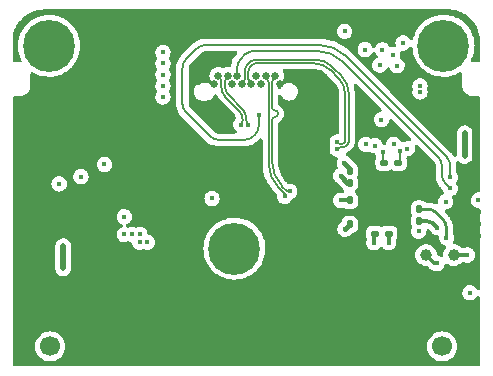
<source format=gbr>
%TF.GenerationSoftware,KiCad,Pcbnew,(6.0.4)*%
%TF.CreationDate,2022-07-06T17:36:52+08:00*%
%TF.ProjectId,JMS580_EVB,4a4d5335-3830-45f4-9556-422e6b696361,rev?*%
%TF.SameCoordinates,Original*%
%TF.FileFunction,Copper,L4,Bot*%
%TF.FilePolarity,Positive*%
%FSLAX46Y46*%
G04 Gerber Fmt 4.6, Leading zero omitted, Abs format (unit mm)*
G04 Created by KiCad (PCBNEW (6.0.4)) date 2022-07-06 17:36:52*
%MOMM*%
%LPD*%
G01*
G04 APERTURE LIST*
G04 Aperture macros list*
%AMRoundRect*
0 Rectangle with rounded corners*
0 $1 Rounding radius*
0 $2 $3 $4 $5 $6 $7 $8 $9 X,Y pos of 4 corners*
0 Add a 4 corners polygon primitive as box body*
4,1,4,$2,$3,$4,$5,$6,$7,$8,$9,$2,$3,0*
0 Add four circle primitives for the rounded corners*
1,1,$1+$1,$2,$3*
1,1,$1+$1,$4,$5*
1,1,$1+$1,$6,$7*
1,1,$1+$1,$8,$9*
0 Add four rect primitives between the rounded corners*
20,1,$1+$1,$2,$3,$4,$5,0*
20,1,$1+$1,$4,$5,$6,$7,0*
20,1,$1+$1,$6,$7,$8,$9,0*
20,1,$1+$1,$8,$9,$2,$3,0*%
G04 Aperture macros list end*
%TA.AperFunction,ComponentPad*%
%ADD10C,0.650000*%
%TD*%
%TA.AperFunction,ComponentPad*%
%ADD11O,0.800000X1.400000*%
%TD*%
%TA.AperFunction,ComponentPad*%
%ADD12C,0.700000*%
%TD*%
%TA.AperFunction,ComponentPad*%
%ADD13C,4.400000*%
%TD*%
%TA.AperFunction,WasherPad*%
%ADD14C,1.700000*%
%TD*%
%TA.AperFunction,ComponentPad*%
%ADD15O,1.400000X2.400000*%
%TD*%
%TA.AperFunction,SMDPad,CuDef*%
%ADD16C,1.000000*%
%TD*%
%TA.AperFunction,SMDPad,CuDef*%
%ADD17RoundRect,0.140000X-0.140000X-0.170000X0.140000X-0.170000X0.140000X0.170000X-0.140000X0.170000X0*%
%TD*%
%TA.AperFunction,SMDPad,CuDef*%
%ADD18RoundRect,0.140000X-0.170000X0.140000X-0.170000X-0.140000X0.170000X-0.140000X0.170000X0.140000X0*%
%TD*%
%TA.AperFunction,SMDPad,CuDef*%
%ADD19RoundRect,0.140000X0.170000X-0.140000X0.170000X0.140000X-0.170000X0.140000X-0.170000X-0.140000X0*%
%TD*%
%TA.AperFunction,SMDPad,CuDef*%
%ADD20RoundRect,0.140000X0.140000X0.170000X-0.140000X0.170000X-0.140000X-0.170000X0.140000X-0.170000X0*%
%TD*%
%TA.AperFunction,ViaPad*%
%ADD21C,0.450000*%
%TD*%
%TA.AperFunction,Conductor*%
%ADD22C,0.400000*%
%TD*%
%TA.AperFunction,Conductor*%
%ADD23C,0.300000*%
%TD*%
%TA.AperFunction,Conductor*%
%ADD24C,0.200000*%
%TD*%
%TA.AperFunction,Conductor*%
%ADD25C,0.250000*%
%TD*%
%TA.AperFunction,Conductor*%
%ADD26C,0.500000*%
%TD*%
%TA.AperFunction,Conductor*%
%ADD27C,0.150000*%
%TD*%
G04 APERTURE END LIST*
D10*
%TO.P,J2,B1,GND*%
%TO.N,GND*%
X130534999Y-69395000D03*
%TO.P,J2,B2,TX2+*%
%TO.N,/SS_TX2X+*%
X130934999Y-68695000D03*
%TO.P,J2,B3,TX2-*%
%TO.N,/SS_TX2X-*%
X131734999Y-68695000D03*
%TO.P,J2,B4,VBUS*%
%TO.N,VBUS*%
X132134999Y-69395000D03*
%TO.P,J2,B5,CC2*%
%TO.N,CC2*%
X132534999Y-68695000D03*
%TO.P,J2,B6,D+*%
%TO.N,D+*%
X132934999Y-69395000D03*
%TO.P,J2,B7,D-*%
%TO.N,D-*%
X133734999Y-69395000D03*
%TO.P,J2,B8,SBU2*%
%TO.N,unconnected-(J2-PadB8)*%
X134134999Y-68695000D03*
%TO.P,J2,B9,VBUS*%
%TO.N,VBUS*%
X134534999Y-69395000D03*
%TO.P,J2,B10,RX1-*%
%TO.N,SS_RX1-*%
X134934999Y-68695000D03*
%TO.P,J2,B11,RX1+*%
%TO.N,SS_RX1+*%
X135734999Y-68695000D03*
%TO.P,J2,B12,GND*%
%TO.N,GND*%
X136134999Y-69395000D03*
D11*
%TO.P,J2,S1,SHIELD*%
X128844999Y-64405000D03*
X129204999Y-68795000D03*
X137824999Y-64405000D03*
X137464999Y-68795000D03*
%TD*%
D12*
%TO.P,H2,1,Pin_1*%
%TO.N,unconnected-(H2-Pad1)*%
X116600000Y-64500000D03*
X116600000Y-67800000D03*
X118250000Y-66150000D03*
X115433274Y-64983274D03*
X117766726Y-67316726D03*
X117766726Y-64983274D03*
X115433274Y-67316726D03*
X114950000Y-66150000D03*
D13*
X116600000Y-66150000D03*
%TD*%
D12*
%TO.P,H3,1,Pin_1*%
%TO.N,unconnected-(H3-Pad1)*%
X131133274Y-82163274D03*
X133950000Y-83330000D03*
X133466726Y-84496726D03*
X132300000Y-81680000D03*
X130650000Y-83330000D03*
X131133274Y-84496726D03*
X132300000Y-84980000D03*
X133466726Y-82163274D03*
D13*
X132300000Y-83330000D03*
%TD*%
D12*
%TO.P,H1,1,Pin_1*%
%TO.N,unconnected-(H1-Pad1)*%
X150000000Y-67800000D03*
X148833274Y-67316726D03*
X148350000Y-66150000D03*
X148833274Y-64983274D03*
X151650000Y-66150000D03*
X151166726Y-67316726D03*
X151166726Y-64983274D03*
D13*
X150000000Y-66150000D03*
D12*
X150000000Y-64500000D03*
%TD*%
D14*
%TO.P,J1,*%
%TO.N,*%
X116709200Y-91611400D03*
X149899200Y-91611400D03*
D15*
%TO.P,J1,Mt1,GND*%
%TO.N,GND*%
X152014200Y-90851400D03*
%TO.P,J1,Mt2,GND*%
X114594200Y-90851400D03*
%TD*%
D16*
%TO.P,TP1,1,1*%
%TO.N,GPIO9*%
X150870000Y-83870000D03*
%TD*%
D17*
%TO.P,C29,1*%
%TO.N,1V0*%
X142070000Y-81270000D03*
%TO.P,C29,2*%
%TO.N,GND*%
X143030000Y-81270000D03*
%TD*%
%TO.P,C2,1*%
%TO.N,LDO_33*%
X142080000Y-76770000D03*
%TO.P,C2,2*%
%TO.N,GND*%
X143040000Y-76770000D03*
%TD*%
D18*
%TO.P,C20,1*%
%TO.N,LDO_33*%
X144970000Y-76060000D03*
%TO.P,C20,2*%
%TO.N,GND*%
X144970000Y-77020000D03*
%TD*%
D16*
%TO.P,TP2,1,1*%
%TO.N,GPIO8*%
X148530000Y-83870000D03*
%TD*%
D19*
%TO.P,C25,1*%
%TO.N,1V0*%
X144164999Y-82080000D03*
%TO.P,C25,2*%
%TO.N,GND*%
X144164999Y-81120000D03*
%TD*%
D20*
%TO.P,C23,1*%
%TO.N,1V0*%
X147930000Y-79979999D03*
%TO.P,C23,2*%
%TO.N,GND*%
X146970000Y-79979999D03*
%TD*%
%TO.P,C21,1*%
%TO.N,LDO_33*%
X147930000Y-80960000D03*
%TO.P,C21,2*%
%TO.N,GND*%
X146970000Y-80960000D03*
%TD*%
D19*
%TO.P,C26,1*%
%TO.N,1V0*%
X145370000Y-82080000D03*
%TO.P,C26,2*%
%TO.N,GND*%
X145370000Y-81120000D03*
%TD*%
D18*
%TO.P,C22,1*%
%TO.N,1V0*%
X146170000Y-76060000D03*
%TO.P,C22,2*%
%TO.N,GND*%
X146170000Y-77020000D03*
%TD*%
D17*
%TO.P,C27,1*%
%TO.N,1V0*%
X142080000Y-77763000D03*
%TO.P,C27,2*%
%TO.N,GND*%
X143040000Y-77763000D03*
%TD*%
%TO.P,C28,1*%
%TO.N,1V0*%
X142080000Y-79250000D03*
%TO.P,C28,2*%
%TO.N,GND*%
X143040000Y-79250000D03*
%TD*%
D21*
%TO.N,GND*%
X139700000Y-75850000D03*
X114000000Y-85000000D03*
X135000000Y-63500000D03*
X145000000Y-63500000D03*
X123000000Y-63500000D03*
X146164999Y-78050000D03*
X114000000Y-88000000D03*
X148340000Y-93000000D03*
X114000000Y-80000000D03*
X151280000Y-69210000D03*
X136340000Y-93000000D03*
X150254998Y-87050000D03*
X137340000Y-93000000D03*
X133000000Y-63500000D03*
X143340000Y-93000000D03*
X143999999Y-63500000D03*
X139340000Y-93000000D03*
X135340000Y-93000000D03*
X145164999Y-80050000D03*
X152950000Y-77270000D03*
X146000000Y-63500000D03*
X146340000Y-93000000D03*
X145370000Y-86380000D03*
X152340000Y-93000000D03*
X151340000Y-93000000D03*
X143000000Y-63500000D03*
X144340000Y-93000000D03*
X120890000Y-80550000D03*
X144164999Y-79050000D03*
X149910000Y-69210000D03*
X146164999Y-79050000D03*
X129340000Y-93000000D03*
X132340000Y-93000000D03*
X150340000Y-93000000D03*
X119000000Y-63500000D03*
X114000000Y-77000000D03*
X145370000Y-85460000D03*
X149184999Y-87050000D03*
X131340000Y-93000000D03*
X115340000Y-93000000D03*
X152980000Y-80210000D03*
X114340000Y-93000000D03*
X125340000Y-93000000D03*
X121000000Y-63500000D03*
X121290000Y-78100000D03*
X148000001Y-63500000D03*
X128340000Y-93000000D03*
X127000000Y-63500000D03*
X147000000Y-63500000D03*
X123340000Y-93000000D03*
X119340000Y-93000000D03*
X114000000Y-87000000D03*
X142000000Y-63500000D03*
X126000000Y-63500000D03*
X114000000Y-78000000D03*
X130340000Y-93000000D03*
X125000000Y-63500000D03*
X141560000Y-85460000D03*
X114000000Y-74000000D03*
X146164999Y-80050000D03*
X133340000Y-93000000D03*
X122000000Y-63500000D03*
X114000000Y-82000000D03*
X118340000Y-93000000D03*
X138340000Y-93000000D03*
X144164999Y-80050000D03*
X114000000Y-89000000D03*
X122340000Y-93000000D03*
X141340000Y-93000000D03*
X115420000Y-68990000D03*
X131000000Y-63500000D03*
X114000000Y-73000000D03*
X127340000Y-93000000D03*
X114000000Y-84000000D03*
X145164999Y-78050000D03*
X135999999Y-63500000D03*
X136930000Y-81930000D03*
X139000000Y-63500000D03*
X116850000Y-79610000D03*
X147340000Y-93000000D03*
X150595000Y-69210000D03*
X134000000Y-63500000D03*
X132000001Y-63500000D03*
X115420000Y-70000000D03*
X152950000Y-78220000D03*
X144164999Y-78050000D03*
X149340000Y-93000000D03*
X139700000Y-73290000D03*
X114000000Y-71000000D03*
X134340000Y-93000000D03*
X126340000Y-93000000D03*
X152970000Y-82240000D03*
X151254998Y-87050000D03*
X141000000Y-63500000D03*
X152980000Y-81240000D03*
X114000000Y-72000000D03*
X114000000Y-83000000D03*
X117340000Y-93000000D03*
X138740000Y-81930000D03*
X119999999Y-63500000D03*
X145340000Y-93000000D03*
X114000000Y-75000000D03*
X121340000Y-93000000D03*
X124340000Y-93000000D03*
X145164999Y-79050000D03*
X114000000Y-79000000D03*
X142340000Y-93000000D03*
X137940000Y-74570000D03*
X114000000Y-86000000D03*
X140340000Y-93000000D03*
X114000000Y-81000000D03*
X140000001Y-63500000D03*
X116340000Y-93000000D03*
X114000000Y-76000000D03*
X141560000Y-86380000D03*
X124000001Y-63500000D03*
X127999999Y-63500000D03*
X120340000Y-93000000D03*
X116830000Y-80850000D03*
%TO.N,VBUS*%
X126250000Y-69545000D03*
X123635000Y-82130000D03*
X148010000Y-70060000D03*
X124290000Y-82790000D03*
X126250000Y-67655000D03*
X122980000Y-82130000D03*
X146580000Y-65920000D03*
X126250000Y-70490000D03*
X124920000Y-82790000D03*
X141630000Y-64930000D03*
X148010000Y-69550000D03*
X126250000Y-66710000D03*
X126250000Y-68600000D03*
X117460000Y-77850000D03*
X124290000Y-82130000D03*
%TO.N,LDO_33*%
X141600000Y-76070000D03*
X152240000Y-87060000D03*
X119300000Y-77225000D03*
X144600000Y-67790000D03*
X144750000Y-72400000D03*
X152950000Y-79220000D03*
X149490000Y-81550000D03*
X144860000Y-75170000D03*
%TO.N,1V0*%
X151784999Y-75460000D03*
X141660000Y-81680000D03*
X151784999Y-73570000D03*
X151784999Y-74200000D03*
X144100000Y-82820000D03*
X141300000Y-77160000D03*
X117809999Y-83120000D03*
X117809999Y-85010000D03*
X151784999Y-74830000D03*
X122975000Y-80625000D03*
X150250000Y-82400000D03*
X146280000Y-75080000D03*
X117809999Y-83750000D03*
X141304999Y-79250000D03*
X117809999Y-84380000D03*
X145360000Y-82840000D03*
%TO.N,CC1*%
X134350000Y-72050000D03*
X150574999Y-77280000D03*
%TO.N,CC2*%
X150574999Y-78230000D03*
%TO.N,Net-(C30-Pad2)*%
X143370000Y-66480000D03*
X143420000Y-74500000D03*
%TO.N,D+*%
X141003210Y-74902698D03*
%TO.N,D-*%
X141003210Y-74302698D03*
%TO.N,SS_RX1-*%
X136557867Y-78902133D03*
%TO.N,SS_RX1+*%
X136982133Y-78477867D03*
%TO.N,GPIO11*%
X121292500Y-76200000D03*
X150170000Y-79360000D03*
%TO.N,GPIO7*%
X147910000Y-81860000D03*
X130400000Y-79080000D03*
%TO.N,GPIO4*%
X144830000Y-66490000D03*
X144200000Y-74600000D03*
%TO.N,GPIO2*%
X145770000Y-74500000D03*
X146070000Y-67850000D03*
%TO.N,GPIO1*%
X145690000Y-66900000D03*
X146930000Y-74870000D03*
%TO.N,GPIO8*%
X149445000Y-84585000D03*
%TO.N,GPIO9*%
X152030000Y-83870000D03*
%TO.N,/SS_TX2X-*%
X133444999Y-72830570D03*
%TO.N,/SS_TX2X+*%
X132844999Y-72830570D03*
%TD*%
D22*
%TO.N,LDO_33*%
X141600000Y-76070000D02*
X141600000Y-76080000D01*
D23*
X149487364Y-81550000D02*
X149490000Y-81550000D01*
D22*
X141600000Y-76080000D02*
X142080000Y-76560000D01*
D24*
X144970000Y-76060000D02*
X144860000Y-75950000D01*
D23*
X147930000Y-80960000D02*
X148485786Y-80960000D01*
D22*
X142080000Y-76560000D02*
X142080000Y-76770000D01*
D23*
X149122061Y-81184697D02*
X149487364Y-81550000D01*
D24*
X144860000Y-75950000D02*
X144860000Y-75170000D01*
D23*
X149122071Y-81184684D02*
G75*
G03*
X148485786Y-80960001I-640771J-801316D01*
G01*
%TO.N,1V0*%
X145370000Y-82080000D02*
X145370000Y-82830000D01*
D25*
X150250000Y-81564214D02*
X150250000Y-82400000D01*
X147930000Y-79979999D02*
X148665785Y-79979999D01*
D22*
X142080000Y-77763000D02*
X141863000Y-77763000D01*
D24*
X146280000Y-75950000D02*
X146280000Y-75080000D01*
D23*
X145370000Y-82830000D02*
X145360000Y-82840000D01*
D26*
X151784999Y-73570000D02*
X151784999Y-75460000D01*
D23*
X144100000Y-82820000D02*
X144100000Y-82144999D01*
D22*
X142070000Y-81270000D02*
X141660000Y-81680000D01*
D26*
X117809999Y-83120000D02*
X117809999Y-85010000D01*
D25*
X149372892Y-80272892D02*
X149957107Y-80857107D01*
D22*
X141300000Y-77200000D02*
X141300000Y-77160000D01*
X141863000Y-77763000D02*
X141300000Y-77200000D01*
D24*
X146170000Y-76060000D02*
X146280000Y-75950000D01*
D23*
X144100000Y-82144999D02*
X144164999Y-82080000D01*
X141304999Y-79250000D02*
X142080000Y-79250000D01*
D25*
X149957114Y-80857100D02*
G75*
G02*
X150250000Y-81564214I-707114J-707100D01*
G01*
X149372899Y-80272885D02*
G75*
G03*
X148665785Y-79979999I-707099J-707115D01*
G01*
D24*
%TO.N,CC1*%
X139529352Y-66091993D02*
X129826207Y-66091993D01*
X133912893Y-73817107D02*
X134057107Y-73672893D01*
X129826207Y-66091993D02*
X129824214Y-66090000D01*
X128192893Y-71782893D02*
X130227107Y-73817107D01*
X130934214Y-74110000D02*
X133205786Y-74110000D01*
X134350000Y-72965786D02*
X134350000Y-72050000D01*
X150574999Y-77280000D02*
X150574999Y-76309213D01*
X127900000Y-68014214D02*
X127900000Y-71075786D01*
X150282106Y-75602106D02*
X141650673Y-66970673D01*
X129117107Y-66382893D02*
X128192893Y-67307107D01*
X150282112Y-75602100D02*
G75*
G02*
X150574999Y-76309213I-707112J-707100D01*
G01*
X133912900Y-73817114D02*
G75*
G02*
X133205786Y-74110000I-707100J707114D01*
G01*
X129117100Y-66382886D02*
G75*
G02*
X129824214Y-66090000I707100J-707114D01*
G01*
X139529352Y-66092029D02*
G75*
G02*
X141650673Y-66970673I48J-2999971D01*
G01*
X130934214Y-74109990D02*
G75*
G02*
X130227107Y-73817107I-14J999990D01*
G01*
X134057114Y-73672900D02*
G75*
G03*
X134350000Y-72965786I-707114J707100D01*
G01*
X128192886Y-71782900D02*
G75*
G02*
X127900000Y-71075786I707114J707100D01*
G01*
X127900010Y-68014214D02*
G75*
G02*
X128192893Y-67307107I999990J14D01*
G01*
%TO.N,CC2*%
X149860000Y-76304214D02*
X149860000Y-77095786D01*
X132534999Y-68695000D02*
X132534999Y-67989215D01*
X132827892Y-67282108D02*
X133217107Y-66892893D01*
X141448680Y-67478680D02*
X149567107Y-75597107D01*
X133924214Y-66600000D02*
X139327359Y-66600000D01*
X150152893Y-77802893D02*
X150574999Y-78224999D01*
X150574999Y-78224999D02*
X150574999Y-78230000D01*
X133924214Y-66600010D02*
G75*
G03*
X133217107Y-66892893I-14J-999990D01*
G01*
X149859990Y-76304214D02*
G75*
G03*
X149567107Y-75597107I-999990J14D01*
G01*
X141448700Y-67478660D02*
G75*
G03*
X139327359Y-66600000I-2121300J-2121340D01*
G01*
X150152886Y-77802900D02*
G75*
G02*
X149860000Y-77095786I707114J707100D01*
G01*
X132827885Y-67282101D02*
G75*
G03*
X132534999Y-67989215I707115J-707099D01*
G01*
D27*
%TO.N,D+*%
X141003210Y-74902698D02*
X141065341Y-74840567D01*
X139153707Y-67330000D02*
X134014973Y-67330000D01*
X133661419Y-67476447D02*
X133331444Y-67806422D01*
X141721618Y-74664831D02*
X141892132Y-74494317D01*
X133184998Y-68159975D02*
X133184998Y-68937894D01*
X141980000Y-74282185D02*
X141980000Y-70156293D01*
X141277473Y-74752699D02*
X141509486Y-74752699D01*
X141394213Y-68742079D02*
X140567920Y-67915786D01*
X133661433Y-67476461D02*
G75*
G02*
X134014973Y-67330000I353567J-353539D01*
G01*
X141721625Y-74664838D02*
G75*
G02*
X141509486Y-74752699I-212125J212138D01*
G01*
X139153707Y-67329996D02*
G75*
G02*
X140567919Y-67915787I-7J-2000004D01*
G01*
X141892140Y-74494325D02*
G75*
G03*
X141980000Y-74282185I-212140J212125D01*
G01*
X133184994Y-68937894D02*
G75*
G02*
X133038551Y-69291448I-499994J-6D01*
G01*
X133184981Y-68159975D02*
G75*
G02*
X133331444Y-67806422I500019J-25D01*
G01*
X141394210Y-68742082D02*
G75*
G02*
X141980000Y-70156293I-1414210J-1414218D01*
G01*
X141277473Y-74752681D02*
G75*
G03*
X141065342Y-74840568I27J-300019D01*
G01*
%TO.N,D-*%
X141003210Y-74302698D02*
X141094631Y-74394119D01*
X141094702Y-68866836D02*
X140443163Y-68215297D01*
X141236052Y-74452697D02*
X141426641Y-74452697D01*
X139028950Y-67629511D02*
X134139730Y-67629511D01*
X141680489Y-74198849D02*
X141680489Y-70281050D01*
X133786176Y-67775958D02*
X133631446Y-67930688D01*
X133485000Y-68284241D02*
X133485000Y-68937894D01*
X141568063Y-74394118D02*
X141621911Y-74340270D01*
X139028950Y-67629544D02*
G75*
G02*
X140443162Y-68215298I50J-1999956D01*
G01*
X141094656Y-74394094D02*
G75*
G03*
X141236052Y-74452697I141444J141394D01*
G01*
X141621884Y-74340243D02*
G75*
G03*
X141680489Y-74198849I-141384J141443D01*
G01*
X141680456Y-70281050D02*
G75*
G03*
X141094701Y-68866837I-1999956J50D01*
G01*
X133631444Y-69291451D02*
G75*
G02*
X133485000Y-68937894I353556J353551D01*
G01*
X133786163Y-67775945D02*
G75*
G02*
X134139730Y-67629511I353537J-353555D01*
G01*
X133631426Y-67930668D02*
G75*
G03*
X133485000Y-68284241I353574J-353532D01*
G01*
X141426641Y-74452727D02*
G75*
G03*
X141568063Y-74394118I-41J200027D01*
G01*
%TO.N,SS_RX1-*%
X134934999Y-68695000D02*
X134979973Y-68739974D01*
X135184998Y-69234948D02*
X135184998Y-76074490D01*
X136557867Y-78690000D02*
X136557867Y-78902133D01*
X136063678Y-78195811D02*
X136557867Y-78690000D01*
X136063673Y-78195816D02*
G75*
G02*
X135184998Y-76074490I2121327J2121316D01*
G01*
X134979997Y-68739950D02*
G75*
G02*
X135184998Y-69234948I-494997J-494950D01*
G01*
%TO.N,SS_RX1+*%
X135734999Y-68695000D02*
X135690025Y-68739974D01*
X136363680Y-78071547D02*
X136770000Y-78477867D01*
X135485000Y-72475000D02*
X135485000Y-75950226D01*
X135485000Y-69234948D02*
X135485000Y-71375000D01*
X136770000Y-78477867D02*
X136982133Y-78477867D01*
X135985000Y-71875000D02*
X135985000Y-71925000D01*
X135485000Y-72425000D02*
X135485000Y-72475000D01*
X136363693Y-78071534D02*
G75*
G02*
X135485000Y-75950226I2121307J2121334D01*
G01*
X135985000Y-71875000D02*
G75*
G03*
X135735000Y-71625000I-250000J0D01*
G01*
X135485000Y-72425000D02*
G75*
G02*
X135735000Y-72175000I250000J0D01*
G01*
X135735000Y-72175000D02*
G75*
G03*
X135985000Y-71925000I0J250000D01*
G01*
X135735000Y-71625000D02*
G75*
G02*
X135485000Y-71375000I0J250000D01*
G01*
X135690001Y-68739950D02*
G75*
G03*
X135485000Y-69234948I494999J-494950D01*
G01*
D23*
%TO.N,GPIO8*%
X149186421Y-84526421D02*
X148530000Y-83870000D01*
X149445000Y-84585000D02*
X149327843Y-84585000D01*
X149186400Y-84526442D02*
G75*
G03*
X149327843Y-84585000I141400J141442D01*
G01*
%TO.N,GPIO9*%
X152030000Y-83870000D02*
X150870000Y-83870000D01*
D27*
%TO.N,/SS_TX2X-*%
X132943528Y-71471394D02*
X131836472Y-70364338D01*
X131485000Y-69515810D02*
X131485000Y-69152106D01*
X133295000Y-72473464D02*
X133295000Y-72319922D01*
X133444999Y-72830570D02*
X133441446Y-72827017D01*
X131631447Y-68798552D02*
X131734999Y-68695000D01*
X133294984Y-72319922D02*
G75*
G03*
X132943528Y-71471394I-1199984J22D01*
G01*
X133295026Y-72473464D02*
G75*
G03*
X133441446Y-72827017I499974J-36D01*
G01*
X131485005Y-69152106D02*
G75*
G02*
X131631448Y-68798553I499995J6D01*
G01*
X131484994Y-69515810D02*
G75*
G03*
X131836473Y-70364337I1200006J10D01*
G01*
%TO.N,/SS_TX2X+*%
X132643526Y-71595660D02*
X131536470Y-70488604D01*
X132994998Y-72473464D02*
X132994998Y-72444188D01*
X131184998Y-69640076D02*
X131184998Y-69152106D01*
X132844999Y-72830570D02*
X132848552Y-72827017D01*
X131038551Y-68798552D02*
X130934999Y-68695000D01*
X131038553Y-68798550D02*
G75*
G02*
X131184998Y-69152106I-353553J-353550D01*
G01*
X131185016Y-69640076D02*
G75*
G03*
X131536470Y-70488604I1199984J-24D01*
G01*
X132994973Y-72473464D02*
G75*
G02*
X132848552Y-72827017I-499973J-36D01*
G01*
X132995006Y-72444188D02*
G75*
G03*
X132643525Y-71595661I-1200006J-12D01*
G01*
%TD*%
%TA.AperFunction,Conductor*%
%TO.N,GND*%
G36*
X150386167Y-63071931D02*
G01*
X150388920Y-63072367D01*
X150407686Y-63075339D01*
X150419266Y-63073505D01*
X150425481Y-63073505D01*
X150448032Y-63072367D01*
X150595770Y-63080676D01*
X150698967Y-63086481D01*
X150715589Y-63088356D01*
X150994932Y-63135899D01*
X151011242Y-63139627D01*
X151283498Y-63218199D01*
X151299286Y-63223734D01*
X151382416Y-63258231D01*
X151561006Y-63332342D01*
X151576080Y-63339615D01*
X151823967Y-63476889D01*
X151838115Y-63485797D01*
X151966159Y-63576847D01*
X152069053Y-63650013D01*
X152082126Y-63660463D01*
X152293170Y-63849524D01*
X152304990Y-63861374D01*
X152493514Y-64072928D01*
X152503928Y-64086028D01*
X152506428Y-64089563D01*
X152667529Y-64317379D01*
X152676410Y-64331566D01*
X152813031Y-64579805D01*
X152820265Y-64594897D01*
X152928192Y-64856909D01*
X152933683Y-64872709D01*
X153011539Y-65145153D01*
X153015227Y-65161476D01*
X153028925Y-65243256D01*
X153062039Y-65440949D01*
X153063872Y-65457585D01*
X153066228Y-65501526D01*
X153075919Y-65682221D01*
X153077332Y-65708576D01*
X153076140Y-65731029D01*
X153076124Y-65737309D01*
X153074259Y-65748885D01*
X153076063Y-65760470D01*
X153077726Y-65771153D01*
X153079500Y-65794076D01*
X153079500Y-67421376D01*
X153059538Y-67495876D01*
X153005000Y-67550414D01*
X152930500Y-67570376D01*
X152520686Y-67570376D01*
X152497386Y-67568543D01*
X152495469Y-67568240D01*
X152475854Y-67565134D01*
X152464270Y-67566969D01*
X152463915Y-67566969D01*
X152389414Y-67547011D01*
X152334873Y-67492476D01*
X152314907Y-67417977D01*
X152329254Y-67354175D01*
X152337039Y-67337742D01*
X152435839Y-67129201D01*
X152447452Y-67094394D01*
X152468750Y-67030554D01*
X152535835Y-66829475D01*
X152541746Y-66800554D01*
X152573997Y-66642737D01*
X152599099Y-66519907D01*
X152603623Y-66464282D01*
X152624501Y-66207600D01*
X152624501Y-66207597D01*
X152624714Y-66204980D01*
X152624860Y-66191097D01*
X152625066Y-66171344D01*
X152625290Y-66150000D01*
X152612762Y-65942198D01*
X152606546Y-65839080D01*
X152606545Y-65839075D01*
X152606276Y-65834606D01*
X152549509Y-65523780D01*
X152455812Y-65222026D01*
X152442478Y-65192286D01*
X152328378Y-64937811D01*
X152326541Y-64933714D01*
X152321392Y-64925160D01*
X152165885Y-64666864D01*
X152165884Y-64666862D01*
X152163570Y-64663019D01*
X151969259Y-64413865D01*
X151957487Y-64402031D01*
X151749586Y-64193037D01*
X151749581Y-64193032D01*
X151746423Y-64189858D01*
X151742906Y-64187085D01*
X151742901Y-64187081D01*
X151619199Y-64089563D01*
X151498289Y-63994245D01*
X151477226Y-63981413D01*
X151232279Y-63832191D01*
X151228451Y-63829859D01*
X151096006Y-63769640D01*
X150944910Y-63700940D01*
X150944901Y-63700937D01*
X150940820Y-63699081D01*
X150785669Y-63650013D01*
X150643835Y-63605157D01*
X150639560Y-63603805D01*
X150329036Y-63545411D01*
X150324558Y-63545117D01*
X150324554Y-63545117D01*
X150018224Y-63525039D01*
X150018216Y-63525039D01*
X150013746Y-63524746D01*
X149846171Y-63533968D01*
X149702738Y-63541861D01*
X149702731Y-63541862D01*
X149698257Y-63542108D01*
X149387138Y-63597247D01*
X149382843Y-63598556D01*
X149382839Y-63598557D01*
X149282725Y-63629070D01*
X149084897Y-63689363D01*
X149080785Y-63691181D01*
X149080782Y-63691182D01*
X149065978Y-63697727D01*
X148795912Y-63817122D01*
X148792047Y-63819421D01*
X148792042Y-63819424D01*
X148721711Y-63861267D01*
X148524368Y-63978674D01*
X148274199Y-64171678D01*
X148049029Y-64393338D01*
X148042102Y-64402031D01*
X147854914Y-64636937D01*
X147854910Y-64636943D01*
X147852120Y-64640444D01*
X147849768Y-64644259D01*
X147849767Y-64644261D01*
X147708818Y-64872924D01*
X147686323Y-64909417D01*
X147554040Y-65196360D01*
X147552666Y-65200628D01*
X147552664Y-65200632D01*
X147458565Y-65492839D01*
X147458563Y-65492849D01*
X147457188Y-65497117D01*
X147456335Y-65501526D01*
X147439327Y-65589434D01*
X147405577Y-65658786D01*
X147341673Y-65701971D01*
X147264737Y-65707418D01*
X147195385Y-65673668D01*
X147160993Y-65630157D01*
X147159423Y-65627154D01*
X147156246Y-65618746D01*
X147113565Y-65556646D01*
X147072839Y-65497387D01*
X147072835Y-65497383D01*
X147067753Y-65489988D01*
X147051643Y-65475634D01*
X146957808Y-65392031D01*
X146951101Y-65386055D01*
X146878144Y-65347426D01*
X146820961Y-65317149D01*
X146820958Y-65317148D01*
X146813026Y-65312948D01*
X146661497Y-65274886D01*
X146545389Y-65274278D01*
X146514241Y-65274115D01*
X146505263Y-65274068D01*
X146353344Y-65310541D01*
X146345355Y-65314664D01*
X146345356Y-65314664D01*
X146237886Y-65370133D01*
X146214510Y-65382198D01*
X146188974Y-65404475D01*
X146112028Y-65471600D01*
X146096777Y-65484904D01*
X146091612Y-65492253D01*
X146091611Y-65492254D01*
X146033685Y-65574674D01*
X146006940Y-65612728D01*
X146003677Y-65621096D01*
X146003677Y-65621097D01*
X145972146Y-65701971D01*
X145950188Y-65758292D01*
X145949015Y-65767198D01*
X145949015Y-65767200D01*
X145936381Y-65863163D01*
X145929795Y-65913191D01*
X145930781Y-65922122D01*
X145930781Y-65922123D01*
X145934527Y-65956055D01*
X145946939Y-66068483D01*
X145949793Y-66076282D01*
X145947379Y-66153056D01*
X145906735Y-66218606D01*
X145838762Y-66255053D01*
X145786064Y-66257814D01*
X145780209Y-66257074D01*
X145771497Y-66254886D01*
X145650566Y-66254253D01*
X145624241Y-66254115D01*
X145615263Y-66254068D01*
X145606535Y-66256163D01*
X145606530Y-66256164D01*
X145571805Y-66264501D01*
X145494703Y-66262482D01*
X145428941Y-66222183D01*
X145407591Y-66192305D01*
X145406246Y-66188746D01*
X145392040Y-66168076D01*
X145322839Y-66067387D01*
X145322835Y-66067383D01*
X145317753Y-66059988D01*
X145201101Y-65956055D01*
X145103319Y-65904282D01*
X145070961Y-65887149D01*
X145070958Y-65887148D01*
X145063026Y-65882948D01*
X144911497Y-65844886D01*
X144795388Y-65844278D01*
X144764241Y-65844115D01*
X144755263Y-65844068D01*
X144603344Y-65880541D01*
X144464510Y-65952198D01*
X144409322Y-66000342D01*
X144373929Y-66031218D01*
X144346777Y-66054904D01*
X144341612Y-66062253D01*
X144341611Y-66062254D01*
X144299263Y-66122509D01*
X144256940Y-66182728D01*
X144253677Y-66191096D01*
X144253677Y-66191097D01*
X144240925Y-66223805D01*
X144195265Y-66285965D01*
X144124642Y-66316966D01*
X144047979Y-66308503D01*
X143985819Y-66262843D01*
X143962722Y-66222349D01*
X143950913Y-66191097D01*
X143946246Y-66178746D01*
X143937059Y-66165379D01*
X143862839Y-66057387D01*
X143862835Y-66057383D01*
X143857753Y-66049988D01*
X143741101Y-65946055D01*
X143717612Y-65933618D01*
X143610961Y-65877149D01*
X143610958Y-65877148D01*
X143603026Y-65872948D01*
X143451497Y-65834886D01*
X143335388Y-65834278D01*
X143304241Y-65834115D01*
X143295263Y-65834068D01*
X143143344Y-65870541D01*
X143135355Y-65874664D01*
X143135356Y-65874664D01*
X143021134Y-65933618D01*
X143004510Y-65942198D01*
X142886777Y-66044904D01*
X142881612Y-66052253D01*
X142881611Y-66052254D01*
X142843030Y-66107149D01*
X142796940Y-66172728D01*
X142793677Y-66181096D01*
X142793677Y-66181097D01*
X142743452Y-66309920D01*
X142740188Y-66318292D01*
X142719795Y-66473191D01*
X142720781Y-66482122D01*
X142720781Y-66482123D01*
X142735892Y-66618997D01*
X142736939Y-66628483D01*
X142790631Y-66775203D01*
X142795642Y-66782660D01*
X142871725Y-66895883D01*
X142877771Y-66904881D01*
X142900942Y-66925965D01*
X142986686Y-67003987D01*
X142986690Y-67003990D01*
X142993328Y-67010030D01*
X143001218Y-67014314D01*
X143122737Y-67080294D01*
X143122741Y-67080295D01*
X143130630Y-67084579D01*
X143196269Y-67101799D01*
X143273068Y-67121947D01*
X143273070Y-67121947D01*
X143281752Y-67124225D01*
X143437969Y-67126679D01*
X143460171Y-67121594D01*
X143581504Y-67093805D01*
X143581507Y-67093804D01*
X143590261Y-67091799D01*
X143598281Y-67087766D01*
X143598285Y-67087764D01*
X143721817Y-67025634D01*
X143721816Y-67025634D01*
X143729838Y-67021600D01*
X143848641Y-66920133D01*
X143899356Y-66849555D01*
X143934567Y-66800554D01*
X143934567Y-66800553D01*
X143939811Y-66793256D01*
X143943163Y-66784918D01*
X143943165Y-66784914D01*
X143959282Y-66744823D01*
X144005592Y-66683145D01*
X144076536Y-66652885D01*
X144153105Y-66662152D01*
X144214783Y-66708462D01*
X144237452Y-66749189D01*
X144250631Y-66785203D01*
X144270167Y-66814276D01*
X144326042Y-66897426D01*
X144337771Y-66914881D01*
X144344413Y-66920925D01*
X144344415Y-66920927D01*
X144378371Y-66951825D01*
X144420038Y-67016730D01*
X144423670Y-67093772D01*
X144388295Y-67162309D01*
X144346430Y-67194432D01*
X144297079Y-67219904D01*
X144252432Y-67242948D01*
X144234510Y-67252198D01*
X144116777Y-67354904D01*
X144111612Y-67362253D01*
X144111611Y-67362254D01*
X144065835Y-67427387D01*
X144026940Y-67482728D01*
X144023677Y-67491096D01*
X144023677Y-67491097D01*
X143983230Y-67594841D01*
X143970188Y-67628292D01*
X143969015Y-67637198D01*
X143969015Y-67637200D01*
X143962525Y-67686495D01*
X143949795Y-67783191D01*
X143950781Y-67792122D01*
X143950781Y-67792123D01*
X143965671Y-67926996D01*
X143966939Y-67938483D01*
X144020631Y-68085203D01*
X144025642Y-68092660D01*
X144093441Y-68193555D01*
X144107771Y-68214881D01*
X144116516Y-68222838D01*
X144216686Y-68313987D01*
X144216690Y-68313990D01*
X144223328Y-68320030D01*
X144231218Y-68324314D01*
X144352737Y-68390294D01*
X144352741Y-68390295D01*
X144360630Y-68394579D01*
X144424657Y-68411376D01*
X144503068Y-68431947D01*
X144503070Y-68431947D01*
X144511752Y-68434225D01*
X144667969Y-68436679D01*
X144707313Y-68427668D01*
X144811504Y-68403805D01*
X144811507Y-68403804D01*
X144820261Y-68401799D01*
X144828281Y-68397766D01*
X144828285Y-68397764D01*
X144935677Y-68343751D01*
X144959838Y-68331600D01*
X145078641Y-68230133D01*
X145115070Y-68179437D01*
X145164567Y-68110554D01*
X145164567Y-68110553D01*
X145169811Y-68103256D01*
X145173161Y-68094923D01*
X145173163Y-68094919D01*
X145184937Y-68065629D01*
X145231247Y-68003951D01*
X145302191Y-67973690D01*
X145378760Y-67982956D01*
X145440438Y-68029266D01*
X145463109Y-68069997D01*
X145490631Y-68145203D01*
X145502762Y-68163256D01*
X145570831Y-68264553D01*
X145577771Y-68274881D01*
X145606582Y-68301097D01*
X145686686Y-68373987D01*
X145686690Y-68373990D01*
X145693328Y-68380030D01*
X145701218Y-68384314D01*
X145822737Y-68450294D01*
X145822741Y-68450295D01*
X145830630Y-68454579D01*
X145865798Y-68463805D01*
X145973068Y-68491947D01*
X145973070Y-68491947D01*
X145981752Y-68494225D01*
X146137969Y-68496679D01*
X146171654Y-68488964D01*
X146281504Y-68463805D01*
X146281507Y-68463804D01*
X146290261Y-68461799D01*
X146298281Y-68457766D01*
X146298285Y-68457764D01*
X146419383Y-68396858D01*
X146429838Y-68391600D01*
X146548641Y-68290133D01*
X146587240Y-68236416D01*
X146634567Y-68170554D01*
X146634567Y-68170553D01*
X146639811Y-68163256D01*
X146643161Y-68154923D01*
X146643163Y-68154919D01*
X146694736Y-68026627D01*
X146694737Y-68026624D01*
X146698085Y-68018295D01*
X146720098Y-67863618D01*
X146720241Y-67850000D01*
X146701471Y-67694896D01*
X146651878Y-67563650D01*
X146649422Y-67557151D01*
X146646246Y-67548746D01*
X146639918Y-67539538D01*
X146562839Y-67427387D01*
X146562835Y-67427383D01*
X146557753Y-67419988D01*
X146542166Y-67406100D01*
X146483886Y-67354175D01*
X146441101Y-67316055D01*
X146433163Y-67311852D01*
X146376120Y-67281649D01*
X146319621Y-67229146D01*
X146296942Y-67155427D01*
X146307594Y-67094394D01*
X146314735Y-67076631D01*
X146314737Y-67076623D01*
X146318085Y-67068295D01*
X146340098Y-66913618D01*
X146340241Y-66900000D01*
X146330832Y-66822249D01*
X146322550Y-66753810D01*
X146322549Y-66753808D01*
X146321471Y-66744896D01*
X146320554Y-66742469D01*
X146322105Y-66668322D01*
X146362059Y-66602349D01*
X146429646Y-66565191D01*
X146484479Y-66562317D01*
X146491752Y-66564225D01*
X146647969Y-66566679D01*
X146728250Y-66548292D01*
X146791504Y-66533805D01*
X146791507Y-66533804D01*
X146800261Y-66531799D01*
X146808281Y-66527766D01*
X146808285Y-66527764D01*
X146931817Y-66465634D01*
X146931816Y-66465634D01*
X146939838Y-66461600D01*
X147058641Y-66360133D01*
X147116797Y-66279200D01*
X147176482Y-66230348D01*
X147252596Y-66217884D01*
X147324745Y-66245146D01*
X147373597Y-66304831D01*
X147386614Y-66358739D01*
X147389221Y-66411097D01*
X147390564Y-66438084D01*
X147391323Y-66442499D01*
X147391323Y-66442502D01*
X147403857Y-66515445D01*
X147444073Y-66749487D01*
X147534605Y-67052206D01*
X147537743Y-67059405D01*
X147652208Y-67322031D01*
X147660849Y-67341857D01*
X147663120Y-67345720D01*
X147663123Y-67345726D01*
X147787194Y-67556777D01*
X147820977Y-67614243D01*
X147846885Y-67648191D01*
X148000901Y-67850000D01*
X148012668Y-67865419D01*
X148233147Y-68091746D01*
X148321929Y-68163256D01*
X148475727Y-68287135D01*
X148475734Y-68287140D01*
X148479219Y-68289947D01*
X148483019Y-68292317D01*
X148483022Y-68292319D01*
X148554121Y-68336660D01*
X148747320Y-68457150D01*
X148751385Y-68459050D01*
X148751389Y-68459052D01*
X149029494Y-68589030D01*
X149033566Y-68590933D01*
X149047659Y-68595553D01*
X149329543Y-68687959D01*
X149329550Y-68687961D01*
X149333812Y-68689358D01*
X149338212Y-68690233D01*
X149338215Y-68690234D01*
X149639306Y-68750125D01*
X149639313Y-68750126D01*
X149643707Y-68751000D01*
X149958764Y-68774966D01*
X149963255Y-68774766D01*
X149963256Y-68774766D01*
X150269934Y-68761108D01*
X150269939Y-68761107D01*
X150274418Y-68760908D01*
X150278838Y-68760172D01*
X150278841Y-68760172D01*
X150581674Y-68709767D01*
X150586096Y-68709031D01*
X150590398Y-68707769D01*
X150590402Y-68707768D01*
X150884975Y-68621350D01*
X150884984Y-68621347D01*
X150889285Y-68620085D01*
X150893403Y-68618316D01*
X150893408Y-68618314D01*
X151143737Y-68510764D01*
X151179593Y-68495359D01*
X151183458Y-68493114D01*
X151183466Y-68493110D01*
X151356492Y-68392608D01*
X151430940Y-68372451D01*
X151505492Y-68392218D01*
X151560172Y-68446612D01*
X151580330Y-68521574D01*
X151579539Y-69469185D01*
X151579538Y-69470059D01*
X151577704Y-69493240D01*
X151574258Y-69515000D01*
X151576092Y-69526579D01*
X151576092Y-69526759D01*
X151577092Y-69534547D01*
X151580034Y-69564417D01*
X151592457Y-69690549D01*
X151594581Y-69697552D01*
X151594582Y-69697555D01*
X151611701Y-69753989D01*
X151643663Y-69859351D01*
X151726816Y-70014920D01*
X151838722Y-70151278D01*
X151975080Y-70263184D01*
X152130649Y-70346337D01*
X152219388Y-70373256D01*
X152292445Y-70395418D01*
X152292448Y-70395419D01*
X152299451Y-70397543D01*
X152391533Y-70406612D01*
X152455453Y-70412908D01*
X152463241Y-70413908D01*
X152463421Y-70413908D01*
X152475000Y-70415742D01*
X152496518Y-70412334D01*
X152519826Y-70410500D01*
X152930500Y-70410500D01*
X153005000Y-70430462D01*
X153059538Y-70485000D01*
X153079500Y-70559500D01*
X153079500Y-78425355D01*
X153059538Y-78499855D01*
X153005000Y-78554393D01*
X152929720Y-78574353D01*
X152884241Y-78574115D01*
X152875263Y-78574068D01*
X152723344Y-78610541D01*
X152715355Y-78614664D01*
X152715356Y-78614664D01*
X152607886Y-78670133D01*
X152584510Y-78682198D01*
X152554846Y-78708076D01*
X152479984Y-78773383D01*
X152466777Y-78784904D01*
X152376940Y-78912728D01*
X152373677Y-78921096D01*
X152373677Y-78921097D01*
X152326535Y-79042012D01*
X152320188Y-79058292D01*
X152319015Y-79067198D01*
X152319015Y-79067200D01*
X152314902Y-79098444D01*
X152299795Y-79213191D01*
X152300781Y-79222122D01*
X152300781Y-79222123D01*
X152315251Y-79353191D01*
X152316939Y-79368483D01*
X152342343Y-79437902D01*
X152364126Y-79497426D01*
X152370631Y-79515203D01*
X152384843Y-79536353D01*
X152444838Y-79625634D01*
X152457771Y-79644881D01*
X152503903Y-79686858D01*
X152566686Y-79743987D01*
X152566690Y-79743990D01*
X152573328Y-79750030D01*
X152581218Y-79754314D01*
X152702737Y-79820294D01*
X152702741Y-79820295D01*
X152710630Y-79824579D01*
X152771695Y-79840599D01*
X152853068Y-79861947D01*
X152853070Y-79861947D01*
X152861752Y-79864225D01*
X152870728Y-79864366D01*
X152932841Y-79865342D01*
X153007018Y-79886473D01*
X153060692Y-79941861D01*
X153079500Y-80014324D01*
X153079500Y-86661924D01*
X153059538Y-86736424D01*
X153005000Y-86790962D01*
X152930500Y-86810924D01*
X152856000Y-86790962D01*
X152807705Y-86746318D01*
X152732842Y-86637391D01*
X152732837Y-86637386D01*
X152727753Y-86629988D01*
X152611101Y-86526055D01*
X152596031Y-86518076D01*
X152480961Y-86457149D01*
X152480958Y-86457148D01*
X152473026Y-86452948D01*
X152321497Y-86414886D01*
X152205388Y-86414278D01*
X152174241Y-86414115D01*
X152165263Y-86414068D01*
X152013344Y-86450541D01*
X151874510Y-86522198D01*
X151756777Y-86624904D01*
X151751612Y-86632253D01*
X151751611Y-86632254D01*
X151678399Y-86736424D01*
X151666940Y-86752728D01*
X151610188Y-86898292D01*
X151589795Y-87053191D01*
X151606939Y-87208483D01*
X151660631Y-87355203D01*
X151665642Y-87362660D01*
X151731480Y-87460637D01*
X151747771Y-87484881D01*
X151756517Y-87492839D01*
X151856686Y-87583987D01*
X151856690Y-87583990D01*
X151863328Y-87590030D01*
X151871218Y-87594314D01*
X151992737Y-87660294D01*
X151992741Y-87660295D01*
X152000630Y-87664579D01*
X152035798Y-87673805D01*
X152143068Y-87701947D01*
X152143070Y-87701947D01*
X152151752Y-87704225D01*
X152307969Y-87706679D01*
X152330171Y-87701594D01*
X152451504Y-87673805D01*
X152451507Y-87673804D01*
X152460261Y-87671799D01*
X152468281Y-87667766D01*
X152468285Y-87667764D01*
X152591817Y-87605634D01*
X152591816Y-87605634D01*
X152599838Y-87601600D01*
X152718641Y-87500133D01*
X152723880Y-87492843D01*
X152723883Y-87492839D01*
X152809499Y-87373690D01*
X152869184Y-87324838D01*
X152945298Y-87312374D01*
X153017447Y-87339636D01*
X153066299Y-87399321D01*
X153079500Y-87460637D01*
X153079500Y-93130500D01*
X153059538Y-93205000D01*
X153005000Y-93259538D01*
X152930500Y-93279500D01*
X113669500Y-93279500D01*
X113595000Y-93259538D01*
X113540462Y-93205000D01*
X113520500Y-93130500D01*
X113520500Y-91611400D01*
X115433847Y-91611400D01*
X115453222Y-91832863D01*
X115510760Y-92047596D01*
X115604712Y-92249076D01*
X115732223Y-92431181D01*
X115889419Y-92588377D01*
X116071523Y-92715888D01*
X116273004Y-92809840D01*
X116279285Y-92811523D01*
X116481459Y-92865696D01*
X116481461Y-92865696D01*
X116487737Y-92867378D01*
X116494208Y-92867944D01*
X116494213Y-92867945D01*
X116702719Y-92886186D01*
X116709200Y-92886753D01*
X116715681Y-92886186D01*
X116924187Y-92867945D01*
X116924192Y-92867944D01*
X116930663Y-92867378D01*
X116936939Y-92865696D01*
X116936941Y-92865696D01*
X117139115Y-92811523D01*
X117145396Y-92809840D01*
X117346877Y-92715888D01*
X117528981Y-92588377D01*
X117686177Y-92431181D01*
X117813688Y-92249076D01*
X117907640Y-92047596D01*
X117965178Y-91832863D01*
X117984553Y-91611400D01*
X148623847Y-91611400D01*
X148643222Y-91832863D01*
X148700760Y-92047596D01*
X148794712Y-92249076D01*
X148922223Y-92431181D01*
X149079419Y-92588377D01*
X149261523Y-92715888D01*
X149463004Y-92809840D01*
X149469285Y-92811523D01*
X149671459Y-92865696D01*
X149671461Y-92865696D01*
X149677737Y-92867378D01*
X149684208Y-92867944D01*
X149684213Y-92867945D01*
X149892719Y-92886186D01*
X149899200Y-92886753D01*
X149905681Y-92886186D01*
X150114187Y-92867945D01*
X150114192Y-92867944D01*
X150120663Y-92867378D01*
X150126939Y-92865696D01*
X150126941Y-92865696D01*
X150329115Y-92811523D01*
X150335396Y-92809840D01*
X150536877Y-92715888D01*
X150718981Y-92588377D01*
X150876177Y-92431181D01*
X151003688Y-92249076D01*
X151097640Y-92047596D01*
X151155178Y-91832863D01*
X151174553Y-91611400D01*
X151155178Y-91389937D01*
X151097640Y-91175204D01*
X151003688Y-90973724D01*
X150876177Y-90791619D01*
X150718981Y-90634423D01*
X150536877Y-90506912D01*
X150335396Y-90412960D01*
X150326592Y-90410601D01*
X150126941Y-90357104D01*
X150126939Y-90357104D01*
X150120663Y-90355422D01*
X150114192Y-90354856D01*
X150114187Y-90354855D01*
X149905681Y-90336614D01*
X149899200Y-90336047D01*
X149892719Y-90336614D01*
X149684213Y-90354855D01*
X149684208Y-90354856D01*
X149677737Y-90355422D01*
X149671461Y-90357104D01*
X149671459Y-90357104D01*
X149471808Y-90410601D01*
X149463004Y-90412960D01*
X149261524Y-90506912D01*
X149256196Y-90510643D01*
X149256192Y-90510645D01*
X149148763Y-90585868D01*
X149079419Y-90634423D01*
X148922223Y-90791619D01*
X148794712Y-90973724D01*
X148700760Y-91175204D01*
X148643222Y-91389937D01*
X148623847Y-91611400D01*
X117984553Y-91611400D01*
X117965178Y-91389937D01*
X117907640Y-91175204D01*
X117813688Y-90973724D01*
X117686177Y-90791619D01*
X117528981Y-90634423D01*
X117346877Y-90506912D01*
X117145396Y-90412960D01*
X117136592Y-90410601D01*
X116936941Y-90357104D01*
X116936939Y-90357104D01*
X116930663Y-90355422D01*
X116924192Y-90354856D01*
X116924187Y-90354855D01*
X116715681Y-90336614D01*
X116709200Y-90336047D01*
X116702719Y-90336614D01*
X116494213Y-90354855D01*
X116494208Y-90354856D01*
X116487737Y-90355422D01*
X116481461Y-90357104D01*
X116481459Y-90357104D01*
X116281808Y-90410601D01*
X116273004Y-90412960D01*
X116071524Y-90506912D01*
X116066196Y-90510643D01*
X116066192Y-90510645D01*
X115958763Y-90585868D01*
X115889419Y-90634423D01*
X115732223Y-90791619D01*
X115604712Y-90973724D01*
X115510760Y-91175204D01*
X115453222Y-91389937D01*
X115433847Y-91611400D01*
X113520500Y-91611400D01*
X113520500Y-85050697D01*
X117139499Y-85050697D01*
X117154071Y-85171111D01*
X117211435Y-85322922D01*
X117216523Y-85330325D01*
X117216524Y-85330327D01*
X117220781Y-85336520D01*
X117303355Y-85456667D01*
X117310061Y-85462642D01*
X117310063Y-85462644D01*
X117417817Y-85558649D01*
X117417820Y-85558651D01*
X117424525Y-85564625D01*
X117567948Y-85640564D01*
X117576660Y-85642752D01*
X117576662Y-85642753D01*
X117716634Y-85677911D01*
X117716636Y-85677911D01*
X117725346Y-85680099D01*
X117821630Y-85680603D01*
X117878651Y-85680902D01*
X117887630Y-85680949D01*
X117896359Y-85678853D01*
X117896362Y-85678853D01*
X117975235Y-85659917D01*
X118045433Y-85643064D01*
X118189644Y-85568631D01*
X118249220Y-85516660D01*
X118305167Y-85467855D01*
X118305168Y-85467853D01*
X118311938Y-85461948D01*
X118320853Y-85449263D01*
X118400090Y-85336520D01*
X118400092Y-85336517D01*
X118405253Y-85329173D01*
X118464204Y-85177971D01*
X118472300Y-85116475D01*
X118479862Y-85059041D01*
X118479862Y-85059036D01*
X118480499Y-85054200D01*
X118480499Y-83079303D01*
X118469677Y-82989877D01*
X118467006Y-82967803D01*
X118467005Y-82967801D01*
X118465927Y-82958889D01*
X118408563Y-82807078D01*
X118400176Y-82794875D01*
X118321732Y-82680737D01*
X118321730Y-82680735D01*
X118316643Y-82673333D01*
X118309763Y-82667203D01*
X118202181Y-82571351D01*
X118202178Y-82571349D01*
X118195473Y-82565375D01*
X118052050Y-82489436D01*
X118043338Y-82487248D01*
X118043336Y-82487247D01*
X117903364Y-82452089D01*
X117903362Y-82452089D01*
X117894652Y-82449901D01*
X117798368Y-82449397D01*
X117741347Y-82449098D01*
X117732368Y-82449051D01*
X117723639Y-82451147D01*
X117723636Y-82451147D01*
X117685537Y-82460294D01*
X117574565Y-82486936D01*
X117430354Y-82561369D01*
X117423580Y-82567278D01*
X117423579Y-82567279D01*
X117317256Y-82660030D01*
X117308060Y-82668052D01*
X117302895Y-82675401D01*
X117219908Y-82793480D01*
X117219906Y-82793483D01*
X117214745Y-82800827D01*
X117155794Y-82952029D01*
X117154621Y-82960935D01*
X117154621Y-82960937D01*
X117140842Y-83065602D01*
X117139499Y-83075800D01*
X117139499Y-85050697D01*
X113520500Y-85050697D01*
X113520500Y-80618191D01*
X122324795Y-80618191D01*
X122325781Y-80627122D01*
X122325781Y-80627123D01*
X122339172Y-80748417D01*
X122341939Y-80773483D01*
X122395631Y-80920203D01*
X122400642Y-80927660D01*
X122430109Y-80971511D01*
X122482771Y-81049881D01*
X122499533Y-81065133D01*
X122591686Y-81148987D01*
X122591690Y-81148990D01*
X122598328Y-81155030D01*
X122606218Y-81159314D01*
X122727737Y-81225294D01*
X122727741Y-81225295D01*
X122735630Y-81229579D01*
X122747590Y-81232717D01*
X122750880Y-81233580D01*
X122817874Y-81271796D01*
X122856785Y-81338390D01*
X122857187Y-81415517D01*
X122818971Y-81482511D01*
X122765002Y-81517357D01*
X122762081Y-81518444D01*
X122753344Y-81520541D01*
X122687470Y-81554541D01*
X122625899Y-81586320D01*
X122614510Y-81592198D01*
X122496777Y-81694904D01*
X122491612Y-81702253D01*
X122491611Y-81702254D01*
X122483605Y-81713646D01*
X122406940Y-81822728D01*
X122403677Y-81831096D01*
X122403677Y-81831097D01*
X122391581Y-81862123D01*
X122350188Y-81968292D01*
X122349015Y-81977198D01*
X122349015Y-81977200D01*
X122342351Y-82027821D01*
X122329795Y-82123191D01*
X122330781Y-82132122D01*
X122330781Y-82132123D01*
X122345123Y-82262031D01*
X122346939Y-82278483D01*
X122388916Y-82393191D01*
X122391994Y-82401600D01*
X122400631Y-82425203D01*
X122405642Y-82432660D01*
X122455381Y-82506679D01*
X122487771Y-82554881D01*
X122514206Y-82578935D01*
X122596686Y-82653987D01*
X122596690Y-82653990D01*
X122603328Y-82660030D01*
X122611218Y-82664314D01*
X122732737Y-82730294D01*
X122732741Y-82730295D01*
X122740630Y-82734579D01*
X122775798Y-82743805D01*
X122883068Y-82771947D01*
X122883070Y-82771947D01*
X122891752Y-82774225D01*
X123047969Y-82776679D01*
X123070171Y-82771594D01*
X123191504Y-82743805D01*
X123191507Y-82743804D01*
X123200261Y-82741799D01*
X123238997Y-82722317D01*
X123314523Y-82706677D01*
X123377044Y-82724488D01*
X123395630Y-82734579D01*
X123430798Y-82743805D01*
X123542498Y-82773109D01*
X123609494Y-82811323D01*
X123648407Y-82877915D01*
X123652788Y-82900882D01*
X123655339Y-82923987D01*
X123656939Y-82938483D01*
X123710631Y-83085203D01*
X123715642Y-83092660D01*
X123784106Y-83194545D01*
X123797771Y-83214881D01*
X123820942Y-83235965D01*
X123906686Y-83313987D01*
X123906690Y-83313990D01*
X123913328Y-83320030D01*
X123921218Y-83324314D01*
X124042737Y-83390294D01*
X124042741Y-83390295D01*
X124050630Y-83394579D01*
X124085798Y-83403805D01*
X124193068Y-83431947D01*
X124193070Y-83431947D01*
X124201752Y-83434225D01*
X124357969Y-83436679D01*
X124380171Y-83431594D01*
X124501504Y-83403805D01*
X124501507Y-83403804D01*
X124510261Y-83401799D01*
X124518284Y-83397764D01*
X124518287Y-83397763D01*
X124536018Y-83388845D01*
X124611544Y-83373204D01*
X124663934Y-83388128D01*
X124664386Y-83386986D01*
X124672731Y-83390290D01*
X124680630Y-83394579D01*
X124689321Y-83396859D01*
X124823068Y-83431947D01*
X124823070Y-83431947D01*
X124831752Y-83434225D01*
X124987969Y-83436679D01*
X125010171Y-83431594D01*
X125131504Y-83403805D01*
X125131507Y-83403804D01*
X125140261Y-83401799D01*
X125148281Y-83397766D01*
X125148285Y-83397764D01*
X125271817Y-83335634D01*
X125271816Y-83335634D01*
X125279838Y-83331600D01*
X125313899Y-83302509D01*
X129674854Y-83302509D01*
X129675077Y-83306989D01*
X129675077Y-83306990D01*
X129684734Y-83500964D01*
X129690564Y-83618084D01*
X129691323Y-83622499D01*
X129691323Y-83622502D01*
X129700784Y-83677563D01*
X129744073Y-83929487D01*
X129834605Y-84232206D01*
X129836399Y-84236322D01*
X129958531Y-84516538D01*
X129960849Y-84521857D01*
X129963120Y-84525720D01*
X129963123Y-84525726D01*
X130048859Y-84671567D01*
X130120977Y-84794243D01*
X130123694Y-84797803D01*
X130299999Y-85028818D01*
X130312668Y-85045419D01*
X130533147Y-85271746D01*
X130596990Y-85323169D01*
X130775727Y-85467135D01*
X130775734Y-85467140D01*
X130779219Y-85469947D01*
X130783019Y-85472317D01*
X130783022Y-85472319D01*
X130854121Y-85516660D01*
X131047320Y-85637150D01*
X131051385Y-85639050D01*
X131051389Y-85639052D01*
X131329494Y-85769030D01*
X131333566Y-85770933D01*
X131337844Y-85772335D01*
X131337843Y-85772335D01*
X131629543Y-85867959D01*
X131629550Y-85867961D01*
X131633812Y-85869358D01*
X131638212Y-85870233D01*
X131638215Y-85870234D01*
X131939306Y-85930125D01*
X131939313Y-85930126D01*
X131943707Y-85931000D01*
X132258764Y-85954966D01*
X132263255Y-85954766D01*
X132263256Y-85954766D01*
X132569934Y-85941108D01*
X132569939Y-85941107D01*
X132574418Y-85940908D01*
X132578838Y-85940172D01*
X132578841Y-85940172D01*
X132881674Y-85889767D01*
X132886096Y-85889031D01*
X132890398Y-85887769D01*
X132890402Y-85887768D01*
X133184975Y-85801350D01*
X133184984Y-85801347D01*
X133189285Y-85800085D01*
X133193403Y-85798316D01*
X133193408Y-85798314D01*
X133475480Y-85677126D01*
X133479593Y-85675359D01*
X133483458Y-85673114D01*
X133483466Y-85673110D01*
X133680524Y-85558649D01*
X133752813Y-85516660D01*
X134004989Y-85326286D01*
X134232468Y-85106996D01*
X134398209Y-84903415D01*
X134429122Y-84865445D01*
X134429123Y-84865443D01*
X134431955Y-84861965D01*
X134495264Y-84761627D01*
X134598169Y-84598531D01*
X134598169Y-84598530D01*
X134600559Y-84594743D01*
X134604236Y-84586983D01*
X134733919Y-84313253D01*
X134735839Y-84309201D01*
X134835835Y-84009475D01*
X134837031Y-84003626D01*
X134896036Y-83714896D01*
X134899099Y-83699907D01*
X134919681Y-83446858D01*
X134924501Y-83387600D01*
X134924501Y-83387597D01*
X134924714Y-83384980D01*
X134924750Y-83381600D01*
X134925164Y-83342031D01*
X134925290Y-83330000D01*
X134910447Y-83083789D01*
X134906546Y-83019080D01*
X134906545Y-83019075D01*
X134906276Y-83014606D01*
X134849509Y-82703780D01*
X134755812Y-82402026D01*
X134752734Y-82395160D01*
X134628378Y-82117811D01*
X134626541Y-82113714D01*
X134622591Y-82107152D01*
X134465885Y-81846864D01*
X134465884Y-81846862D01*
X134463570Y-81843019D01*
X134331124Y-81673191D01*
X141009795Y-81673191D01*
X141010781Y-81682122D01*
X141010781Y-81682123D01*
X141024166Y-81803361D01*
X141026939Y-81828483D01*
X141080631Y-81975203D01*
X141094138Y-81995303D01*
X141160118Y-82093492D01*
X141167771Y-82104881D01*
X141197710Y-82132123D01*
X141276686Y-82203987D01*
X141276690Y-82203990D01*
X141283328Y-82210030D01*
X141291218Y-82214314D01*
X141412737Y-82280294D01*
X141412741Y-82280295D01*
X141420630Y-82284579D01*
X141502149Y-82305965D01*
X141563068Y-82321947D01*
X141563070Y-82321947D01*
X141571752Y-82324225D01*
X141727969Y-82326679D01*
X141750171Y-82321594D01*
X141871504Y-82293805D01*
X141871507Y-82293804D01*
X141880261Y-82291799D01*
X141888281Y-82287766D01*
X141888285Y-82287764D01*
X142011817Y-82225634D01*
X142011816Y-82225634D01*
X142019838Y-82221600D01*
X142138641Y-82120133D01*
X142154009Y-82098746D01*
X142184668Y-82056080D01*
X142244352Y-82007229D01*
X142286221Y-81995303D01*
X142346632Y-81987350D01*
X142346637Y-81987349D01*
X142356320Y-81986074D01*
X142365340Y-81982338D01*
X142365343Y-81982337D01*
X142483645Y-81933334D01*
X142483646Y-81933334D01*
X142492669Y-81929596D01*
X142526992Y-81903259D01*
X143434499Y-81903259D01*
X143434500Y-82256740D01*
X143435135Y-82261561D01*
X143435135Y-82261567D01*
X143438472Y-82286917D01*
X143448925Y-82366320D01*
X143452661Y-82375340D01*
X143452662Y-82375343D01*
X143495596Y-82478993D01*
X143505663Y-82555461D01*
X143496763Y-82590130D01*
X143470188Y-82658292D01*
X143449795Y-82813191D01*
X143450781Y-82822122D01*
X143450781Y-82822123D01*
X143465880Y-82958889D01*
X143466939Y-82968483D01*
X143520631Y-83115203D01*
X143532762Y-83133256D01*
X143601780Y-83235965D01*
X143607771Y-83244881D01*
X143649558Y-83282904D01*
X143716686Y-83343987D01*
X143716690Y-83343990D01*
X143723328Y-83350030D01*
X143731218Y-83354314D01*
X143852737Y-83420294D01*
X143852741Y-83420295D01*
X143860630Y-83424579D01*
X143906753Y-83436679D01*
X144003068Y-83461947D01*
X144003070Y-83461947D01*
X144011752Y-83464225D01*
X144167969Y-83466679D01*
X144232938Y-83451799D01*
X144311504Y-83433805D01*
X144311507Y-83433804D01*
X144320261Y-83431799D01*
X144328281Y-83427766D01*
X144328285Y-83427764D01*
X144451817Y-83365634D01*
X144451816Y-83365634D01*
X144459838Y-83361600D01*
X144578641Y-83260133D01*
X144583882Y-83252839D01*
X144583886Y-83252835D01*
X144601300Y-83228600D01*
X144660984Y-83179748D01*
X144737098Y-83167283D01*
X144809247Y-83194545D01*
X144845973Y-83232442D01*
X144858394Y-83250926D01*
X144867771Y-83264881D01*
X144905817Y-83299500D01*
X144976686Y-83363987D01*
X144976690Y-83363990D01*
X144983328Y-83370030D01*
X144991218Y-83374314D01*
X145112737Y-83440294D01*
X145112741Y-83440295D01*
X145120630Y-83444579D01*
X145155798Y-83453805D01*
X145263068Y-83481947D01*
X145263070Y-83481947D01*
X145271752Y-83484225D01*
X145427969Y-83486679D01*
X145450171Y-83481594D01*
X145571504Y-83453805D01*
X145571507Y-83453804D01*
X145580261Y-83451799D01*
X145588281Y-83447766D01*
X145588285Y-83447764D01*
X145711817Y-83385634D01*
X145711816Y-83385634D01*
X145719838Y-83381600D01*
X145838641Y-83280133D01*
X145872910Y-83232442D01*
X145924567Y-83160554D01*
X145924567Y-83160553D01*
X145929811Y-83153256D01*
X145933161Y-83144923D01*
X145933163Y-83144919D01*
X145984736Y-83016627D01*
X145984737Y-83016624D01*
X145988085Y-83008295D01*
X146010098Y-82853618D01*
X146010241Y-82840000D01*
X145991471Y-82684896D01*
X145987226Y-82673661D01*
X145986970Y-82671098D01*
X145986153Y-82667771D01*
X145986627Y-82667655D01*
X145979568Y-82596914D01*
X146008399Y-82530294D01*
X146023648Y-82510421D01*
X146023651Y-82510416D01*
X146029596Y-82502668D01*
X146069511Y-82406306D01*
X146082336Y-82375345D01*
X146082337Y-82375343D01*
X146086074Y-82366320D01*
X146094020Y-82305965D01*
X146099863Y-82261583D01*
X146099863Y-82261576D01*
X146100500Y-82256741D01*
X146100499Y-81903260D01*
X146099862Y-81898417D01*
X146091119Y-81832005D01*
X146086074Y-81793680D01*
X146059870Y-81730417D01*
X146033334Y-81666355D01*
X146033334Y-81666354D01*
X146029596Y-81657331D01*
X145939754Y-81540246D01*
X145917211Y-81522948D01*
X145863302Y-81481583D01*
X145822668Y-81450404D01*
X145760911Y-81424823D01*
X145695345Y-81397664D01*
X145695343Y-81397663D01*
X145686320Y-81393926D01*
X145630616Y-81386593D01*
X145581583Y-81380137D01*
X145581576Y-81380137D01*
X145576741Y-81379500D01*
X145571860Y-81379500D01*
X145369810Y-81379501D01*
X145163260Y-81379501D01*
X145158439Y-81380136D01*
X145158433Y-81380136D01*
X145109482Y-81386580D01*
X145053680Y-81393926D01*
X145044660Y-81397662D01*
X145044657Y-81397663D01*
X144926355Y-81446666D01*
X144917331Y-81450404D01*
X144909582Y-81456350D01*
X144858204Y-81495773D01*
X144786946Y-81525288D01*
X144710478Y-81515221D01*
X144676794Y-81495773D01*
X144625416Y-81456350D01*
X144617667Y-81450404D01*
X144555910Y-81424823D01*
X144490344Y-81397664D01*
X144490342Y-81397663D01*
X144481319Y-81393926D01*
X144425615Y-81386593D01*
X144376582Y-81380137D01*
X144376575Y-81380137D01*
X144371740Y-81379500D01*
X144366859Y-81379500D01*
X144164809Y-81379501D01*
X143958259Y-81379501D01*
X143953438Y-81380136D01*
X143953432Y-81380136D01*
X143904481Y-81386580D01*
X143848679Y-81393926D01*
X143839659Y-81397662D01*
X143839656Y-81397663D01*
X143721354Y-81446666D01*
X143712330Y-81450404D01*
X143595245Y-81540246D01*
X143505403Y-81657332D01*
X143498834Y-81673191D01*
X143452663Y-81784655D01*
X143452662Y-81784657D01*
X143448925Y-81793680D01*
X143443233Y-81836917D01*
X143439915Y-81862123D01*
X143434499Y-81903259D01*
X142526992Y-81903259D01*
X142609754Y-81839754D01*
X142699596Y-81722668D01*
X142724822Y-81661769D01*
X142752336Y-81595345D01*
X142752337Y-81595343D01*
X142756074Y-81586320D01*
X142766132Y-81509920D01*
X142769863Y-81481583D01*
X142769863Y-81481576D01*
X142770500Y-81476741D01*
X142770499Y-81063260D01*
X142769786Y-81057838D01*
X142761553Y-80995301D01*
X142756074Y-80953680D01*
X142749686Y-80938256D01*
X142703334Y-80826355D01*
X142703334Y-80826354D01*
X142699596Y-80817331D01*
X142609754Y-80700246D01*
X142492668Y-80610404D01*
X142458730Y-80596346D01*
X142365345Y-80557664D01*
X142365343Y-80557663D01*
X142356320Y-80553926D01*
X142300616Y-80546593D01*
X142251583Y-80540137D01*
X142251576Y-80540137D01*
X142246741Y-80539500D01*
X142241860Y-80539500D01*
X142069837Y-80539501D01*
X141893260Y-80539501D01*
X141888439Y-80540136D01*
X141888433Y-80540136D01*
X141839482Y-80546580D01*
X141783680Y-80553926D01*
X141774660Y-80557662D01*
X141774657Y-80557663D01*
X141656355Y-80606666D01*
X141647331Y-80610404D01*
X141530246Y-80700246D01*
X141440404Y-80817332D01*
X141426346Y-80851270D01*
X141387664Y-80944655D01*
X141387663Y-80944657D01*
X141383926Y-80953680D01*
X141382651Y-80963367D01*
X141373984Y-81029197D01*
X141344468Y-81100454D01*
X141308394Y-81130776D01*
X141309924Y-81133027D01*
X141302490Y-81138079D01*
X141294510Y-81142198D01*
X141287743Y-81148101D01*
X141287739Y-81148104D01*
X141190693Y-81232764D01*
X141176777Y-81244904D01*
X141171612Y-81252253D01*
X141171611Y-81252254D01*
X141101734Y-81351678D01*
X141086940Y-81372728D01*
X141083677Y-81381096D01*
X141083677Y-81381097D01*
X141043212Y-81484886D01*
X141030188Y-81518292D01*
X141029015Y-81527198D01*
X141029015Y-81527200D01*
X141020044Y-81595345D01*
X141009795Y-81673191D01*
X134331124Y-81673191D01*
X134269259Y-81593865D01*
X134265702Y-81590289D01*
X134049586Y-81373037D01*
X134049581Y-81373032D01*
X134046423Y-81369858D01*
X134042906Y-81367085D01*
X134042901Y-81367081D01*
X133939216Y-81285343D01*
X133798289Y-81174245D01*
X133777226Y-81161413D01*
X133532279Y-81012191D01*
X133528451Y-81009859D01*
X133370969Y-80938256D01*
X133244910Y-80880940D01*
X133244901Y-80880937D01*
X133240820Y-80879081D01*
X133045572Y-80817332D01*
X132943835Y-80785157D01*
X132939560Y-80783805D01*
X132629036Y-80725411D01*
X132624558Y-80725117D01*
X132624554Y-80725117D01*
X132318224Y-80705039D01*
X132318216Y-80705039D01*
X132313746Y-80704746D01*
X132146171Y-80713968D01*
X132002738Y-80721861D01*
X132002731Y-80721862D01*
X131998257Y-80722108D01*
X131687138Y-80777247D01*
X131682843Y-80778556D01*
X131682839Y-80778557D01*
X131659222Y-80785755D01*
X131384897Y-80869363D01*
X131380785Y-80871181D01*
X131380782Y-80871182D01*
X131365978Y-80877727D01*
X131095912Y-80997122D01*
X131092047Y-80999421D01*
X131092042Y-80999424D01*
X130984746Y-81063259D01*
X130824368Y-81158674D01*
X130574199Y-81351678D01*
X130571006Y-81354821D01*
X130571004Y-81354823D01*
X130452114Y-81471860D01*
X130349029Y-81573338D01*
X130312350Y-81619368D01*
X130154914Y-81816937D01*
X130154910Y-81816943D01*
X130152120Y-81820444D01*
X130149768Y-81824259D01*
X130149767Y-81824261D01*
X129989469Y-82084314D01*
X129986323Y-82089417D01*
X129893426Y-82290926D01*
X129858177Y-82367387D01*
X129854040Y-82376360D01*
X129852666Y-82380628D01*
X129852664Y-82380632D01*
X129758565Y-82672839D01*
X129758563Y-82672849D01*
X129757188Y-82677117D01*
X129697170Y-82987331D01*
X129696853Y-82991806D01*
X129696853Y-82991807D01*
X129688445Y-83110554D01*
X129674854Y-83302509D01*
X125313899Y-83302509D01*
X125398641Y-83230133D01*
X125414958Y-83207426D01*
X125484567Y-83110554D01*
X125484567Y-83110553D01*
X125489811Y-83103256D01*
X125493161Y-83094923D01*
X125493163Y-83094919D01*
X125544736Y-82966627D01*
X125544737Y-82966624D01*
X125548085Y-82958295D01*
X125570098Y-82803618D01*
X125570241Y-82790000D01*
X125559807Y-82703780D01*
X125552550Y-82643810D01*
X125552549Y-82643808D01*
X125551471Y-82634896D01*
X125496246Y-82488746D01*
X125489543Y-82478993D01*
X125412839Y-82367387D01*
X125412835Y-82367383D01*
X125407753Y-82359988D01*
X125370210Y-82326538D01*
X125325740Y-82286917D01*
X125291101Y-82256055D01*
X125192762Y-82203987D01*
X125160961Y-82187149D01*
X125160958Y-82187148D01*
X125153026Y-82182948D01*
X125144321Y-82180761D01*
X125144320Y-82180761D01*
X125039497Y-82154431D01*
X124972105Y-82116920D01*
X124932497Y-82050739D01*
X124927876Y-82027821D01*
X124922550Y-81983810D01*
X124922549Y-81983808D01*
X124921471Y-81974896D01*
X124866246Y-81828746D01*
X124857059Y-81815379D01*
X124782839Y-81707387D01*
X124782835Y-81707383D01*
X124777753Y-81699988D01*
X124661101Y-81596055D01*
X124624822Y-81576846D01*
X124530961Y-81527149D01*
X124530958Y-81527148D01*
X124523026Y-81522948D01*
X124371497Y-81484886D01*
X124255389Y-81484278D01*
X124224241Y-81484115D01*
X124215263Y-81484068D01*
X124063344Y-81520541D01*
X124055355Y-81524664D01*
X124055356Y-81524664D01*
X124031356Y-81537051D01*
X123955998Y-81553482D01*
X123893298Y-81536329D01*
X123875966Y-81527152D01*
X123868026Y-81522948D01*
X123859313Y-81520759D01*
X123859312Y-81520759D01*
X123793221Y-81504158D01*
X123716497Y-81484886D01*
X123600389Y-81484278D01*
X123569241Y-81484115D01*
X123560263Y-81484068D01*
X123408344Y-81520541D01*
X123400355Y-81524664D01*
X123400356Y-81524664D01*
X123376356Y-81537051D01*
X123300998Y-81553482D01*
X123238298Y-81536329D01*
X123220966Y-81527152D01*
X123213026Y-81522948D01*
X123204312Y-81520759D01*
X123195926Y-81517540D01*
X123196612Y-81515753D01*
X123139279Y-81483845D01*
X123099668Y-81417666D01*
X123098454Y-81340547D01*
X123135961Y-81273153D01*
X123190612Y-81237864D01*
X123195261Y-81236799D01*
X123218137Y-81225294D01*
X123326817Y-81170634D01*
X123326816Y-81170634D01*
X123334838Y-81166600D01*
X123453641Y-81065133D01*
X123544811Y-80938256D01*
X123548161Y-80929923D01*
X123548163Y-80929919D01*
X123599736Y-80801627D01*
X123599737Y-80801624D01*
X123603085Y-80793295D01*
X123625098Y-80638618D01*
X123625241Y-80625000D01*
X123614735Y-80538185D01*
X123607550Y-80478810D01*
X123607549Y-80478808D01*
X123606471Y-80469896D01*
X123551246Y-80323746D01*
X123532396Y-80296319D01*
X123467839Y-80202387D01*
X123467835Y-80202383D01*
X123462753Y-80194988D01*
X123346101Y-80091055D01*
X123331031Y-80083076D01*
X123215961Y-80022149D01*
X123215958Y-80022148D01*
X123208026Y-80017948D01*
X123056497Y-79979886D01*
X122940388Y-79979278D01*
X122909241Y-79979115D01*
X122900263Y-79979068D01*
X122748344Y-80015541D01*
X122609510Y-80087198D01*
X122491777Y-80189904D01*
X122486612Y-80197253D01*
X122486611Y-80197254D01*
X122441943Y-80260810D01*
X122401940Y-80317728D01*
X122345188Y-80463292D01*
X122324795Y-80618191D01*
X113520500Y-80618191D01*
X113520500Y-79073191D01*
X129749795Y-79073191D01*
X129750781Y-79082122D01*
X129750781Y-79082123D01*
X129765251Y-79213191D01*
X129766939Y-79228483D01*
X129820631Y-79375203D01*
X129825642Y-79382660D01*
X129867789Y-79445381D01*
X129907771Y-79504881D01*
X129956050Y-79548812D01*
X130016686Y-79603987D01*
X130016690Y-79603990D01*
X130023328Y-79610030D01*
X130031218Y-79614314D01*
X130152737Y-79680294D01*
X130152741Y-79680295D01*
X130160630Y-79684579D01*
X130243601Y-79706346D01*
X130303068Y-79721947D01*
X130303070Y-79721947D01*
X130311752Y-79724225D01*
X130467969Y-79726679D01*
X130538972Y-79710417D01*
X130611504Y-79693805D01*
X130611507Y-79693804D01*
X130620261Y-79691799D01*
X130628281Y-79687766D01*
X130628285Y-79687764D01*
X130751817Y-79625634D01*
X130751816Y-79625634D01*
X130759838Y-79621600D01*
X130878641Y-79520133D01*
X130969811Y-79393256D01*
X130973161Y-79384923D01*
X130973163Y-79384919D01*
X131024736Y-79256627D01*
X131024737Y-79256624D01*
X131028085Y-79248295D01*
X131050098Y-79093618D01*
X131050241Y-79080000D01*
X131031471Y-78924896D01*
X130976246Y-78778746D01*
X130967059Y-78765379D01*
X130892839Y-78657387D01*
X130892835Y-78657383D01*
X130887753Y-78649988D01*
X130879852Y-78642948D01*
X130807901Y-78578843D01*
X130771101Y-78546055D01*
X130763163Y-78541852D01*
X130640961Y-78477149D01*
X130640958Y-78477148D01*
X130633026Y-78472948D01*
X130481497Y-78434886D01*
X130365388Y-78434278D01*
X130334241Y-78434115D01*
X130325263Y-78434068D01*
X130173344Y-78470541D01*
X130131870Y-78491947D01*
X130052988Y-78532661D01*
X130034510Y-78542198D01*
X129983217Y-78586944D01*
X129925526Y-78637272D01*
X129916777Y-78644904D01*
X129911612Y-78652253D01*
X129911611Y-78652254D01*
X129849415Y-78740749D01*
X129826940Y-78772728D01*
X129823677Y-78781096D01*
X129823677Y-78781097D01*
X129809260Y-78818076D01*
X129770188Y-78918292D01*
X129769015Y-78927198D01*
X129769015Y-78927200D01*
X129765869Y-78951097D01*
X129749795Y-79073191D01*
X113520500Y-79073191D01*
X113520500Y-77843191D01*
X116809795Y-77843191D01*
X116810781Y-77852122D01*
X116810781Y-77852123D01*
X116820916Y-77943922D01*
X116826939Y-77998483D01*
X116880631Y-78145203D01*
X116885642Y-78152660D01*
X116961089Y-78264937D01*
X116967771Y-78274881D01*
X116976516Y-78282838D01*
X117076686Y-78373987D01*
X117076690Y-78373990D01*
X117083328Y-78380030D01*
X117091218Y-78384314D01*
X117212737Y-78450294D01*
X117212741Y-78450295D01*
X117220630Y-78454579D01*
X117290649Y-78472948D01*
X117363068Y-78491947D01*
X117363070Y-78491947D01*
X117371752Y-78494225D01*
X117527969Y-78496679D01*
X117569998Y-78487053D01*
X117671504Y-78463805D01*
X117671507Y-78463804D01*
X117680261Y-78461799D01*
X117688281Y-78457766D01*
X117688285Y-78457764D01*
X117811817Y-78395634D01*
X117811816Y-78395634D01*
X117819838Y-78391600D01*
X117938641Y-78290133D01*
X117963654Y-78255323D01*
X118024567Y-78170554D01*
X118024567Y-78170553D01*
X118029811Y-78163256D01*
X118033161Y-78154923D01*
X118033163Y-78154919D01*
X118084736Y-78026627D01*
X118084737Y-78026624D01*
X118088085Y-78018295D01*
X118110098Y-77863618D01*
X118110241Y-77850000D01*
X118095779Y-77730492D01*
X118092550Y-77703810D01*
X118092549Y-77703808D01*
X118091471Y-77694896D01*
X118036246Y-77548746D01*
X118031159Y-77541344D01*
X117952839Y-77427387D01*
X117952835Y-77427383D01*
X117947753Y-77419988D01*
X117831101Y-77316055D01*
X117788725Y-77293618D01*
X117700961Y-77247149D01*
X117700958Y-77247148D01*
X117693026Y-77242948D01*
X117594466Y-77218191D01*
X118649795Y-77218191D01*
X118650781Y-77227122D01*
X118650781Y-77227123D01*
X118660826Y-77318107D01*
X118666939Y-77373483D01*
X118699573Y-77462660D01*
X118715039Y-77504921D01*
X118720631Y-77520203D01*
X118725642Y-77527660D01*
X118788065Y-77620555D01*
X118807771Y-77649881D01*
X118844475Y-77683279D01*
X118916686Y-77748987D01*
X118916690Y-77748990D01*
X118923328Y-77755030D01*
X118931218Y-77759314D01*
X119052737Y-77825294D01*
X119052741Y-77825295D01*
X119060630Y-77829579D01*
X119143601Y-77851346D01*
X119203068Y-77866947D01*
X119203070Y-77866947D01*
X119211752Y-77869225D01*
X119367969Y-77871679D01*
X119403165Y-77863618D01*
X119511504Y-77838805D01*
X119511507Y-77838804D01*
X119520261Y-77836799D01*
X119528281Y-77832766D01*
X119528285Y-77832764D01*
X119651817Y-77770634D01*
X119651816Y-77770634D01*
X119659838Y-77766600D01*
X119778641Y-77665133D01*
X119800930Y-77634114D01*
X119864567Y-77545554D01*
X119864567Y-77545553D01*
X119869811Y-77538256D01*
X119873161Y-77529923D01*
X119873163Y-77529919D01*
X119924736Y-77401627D01*
X119924737Y-77401624D01*
X119928085Y-77393295D01*
X119950098Y-77238618D01*
X119950241Y-77225000D01*
X119931471Y-77069896D01*
X119876246Y-76923746D01*
X119867059Y-76910379D01*
X119792839Y-76802387D01*
X119792835Y-76802383D01*
X119787753Y-76794988D01*
X119776687Y-76785128D01*
X119728658Y-76742336D01*
X119671101Y-76691055D01*
X119663163Y-76686852D01*
X119540961Y-76622149D01*
X119540958Y-76622148D01*
X119533026Y-76617948D01*
X119381497Y-76579886D01*
X119265388Y-76579278D01*
X119234241Y-76579115D01*
X119225263Y-76579068D01*
X119073344Y-76615541D01*
X118934510Y-76687198D01*
X118816777Y-76789904D01*
X118811612Y-76797253D01*
X118811611Y-76797254D01*
X118772623Y-76852728D01*
X118726940Y-76917728D01*
X118723677Y-76926096D01*
X118723677Y-76926097D01*
X118680486Y-77036878D01*
X118670188Y-77063292D01*
X118669015Y-77072198D01*
X118669015Y-77072200D01*
X118663184Y-77116495D01*
X118649795Y-77218191D01*
X117594466Y-77218191D01*
X117541497Y-77204886D01*
X117425388Y-77204278D01*
X117394241Y-77204115D01*
X117385263Y-77204068D01*
X117233344Y-77240541D01*
X117225355Y-77244664D01*
X117225356Y-77244664D01*
X117119006Y-77299555D01*
X117094510Y-77312198D01*
X117034493Y-77364555D01*
X116991997Y-77401627D01*
X116976777Y-77414904D01*
X116971612Y-77422253D01*
X116971611Y-77422254D01*
X116902771Y-77520203D01*
X116886940Y-77542728D01*
X116883677Y-77551096D01*
X116883677Y-77551097D01*
X116843178Y-77654973D01*
X116830188Y-77688292D01*
X116829015Y-77697198D01*
X116829015Y-77697200D01*
X116824632Y-77730492D01*
X116809795Y-77843191D01*
X113520500Y-77843191D01*
X113520500Y-76193191D01*
X120642295Y-76193191D01*
X120643281Y-76202122D01*
X120643281Y-76202123D01*
X120658131Y-76336632D01*
X120659439Y-76348483D01*
X120713131Y-76495203D01*
X120718142Y-76502660D01*
X120794727Y-76616630D01*
X120800271Y-76624881D01*
X120809016Y-76632838D01*
X120909186Y-76723987D01*
X120909190Y-76723990D01*
X120915828Y-76730030D01*
X120923718Y-76734314D01*
X121045237Y-76800294D01*
X121045241Y-76800295D01*
X121053130Y-76804579D01*
X121088298Y-76813805D01*
X121195568Y-76841947D01*
X121195570Y-76841947D01*
X121204252Y-76844225D01*
X121360469Y-76846679D01*
X121382671Y-76841594D01*
X121504004Y-76813805D01*
X121504007Y-76813804D01*
X121512761Y-76811799D01*
X121520781Y-76807766D01*
X121520785Y-76807764D01*
X121644317Y-76745634D01*
X121644316Y-76745634D01*
X121652338Y-76741600D01*
X121771141Y-76640133D01*
X121786989Y-76618078D01*
X121857067Y-76520554D01*
X121857067Y-76520553D01*
X121862311Y-76513256D01*
X121865661Y-76504923D01*
X121865663Y-76504919D01*
X121917236Y-76376627D01*
X121917237Y-76376624D01*
X121920585Y-76368295D01*
X121942598Y-76213618D01*
X121942741Y-76200000D01*
X121929800Y-76093064D01*
X121925050Y-76053810D01*
X121925049Y-76053808D01*
X121923971Y-76044896D01*
X121868746Y-75898746D01*
X121858102Y-75883259D01*
X121785339Y-75777387D01*
X121785335Y-75777383D01*
X121780253Y-75769988D01*
X121663601Y-75666055D01*
X121648531Y-75658076D01*
X121533461Y-75597149D01*
X121533458Y-75597148D01*
X121525526Y-75592948D01*
X121373997Y-75554886D01*
X121257888Y-75554278D01*
X121226741Y-75554115D01*
X121217763Y-75554068D01*
X121065844Y-75590541D01*
X121057855Y-75594664D01*
X121057856Y-75594664D01*
X120959343Y-75645510D01*
X120927010Y-75662198D01*
X120809277Y-75764904D01*
X120804112Y-75772253D01*
X120804111Y-75772254D01*
X120799248Y-75779173D01*
X120719440Y-75892728D01*
X120716177Y-75901096D01*
X120716177Y-75901097D01*
X120672407Y-76013363D01*
X120662688Y-76038292D01*
X120661515Y-76047198D01*
X120661515Y-76047200D01*
X120655806Y-76090564D01*
X120642295Y-76193191D01*
X113520500Y-76193191D01*
X113520500Y-70549500D01*
X113538267Y-70483191D01*
X125599795Y-70483191D01*
X125600781Y-70492122D01*
X125600781Y-70492123D01*
X125615513Y-70625564D01*
X125616939Y-70638483D01*
X125670631Y-70785203D01*
X125675642Y-70792660D01*
X125728712Y-70871636D01*
X125757771Y-70914881D01*
X125766516Y-70922838D01*
X125866686Y-71013987D01*
X125866690Y-71013990D01*
X125873328Y-71020030D01*
X125881218Y-71024314D01*
X126002737Y-71090294D01*
X126002741Y-71090295D01*
X126010630Y-71094579D01*
X126039802Y-71102232D01*
X126153068Y-71131947D01*
X126153070Y-71131947D01*
X126161752Y-71134225D01*
X126317969Y-71136679D01*
X126363814Y-71126179D01*
X126461504Y-71103805D01*
X126461507Y-71103804D01*
X126470261Y-71101799D01*
X126478281Y-71097766D01*
X126478285Y-71097764D01*
X126521997Y-71075779D01*
X127375009Y-71075779D01*
X127376283Y-71085458D01*
X127376283Y-71085463D01*
X127376820Y-71089541D01*
X127377775Y-71099241D01*
X127388098Y-71256778D01*
X127389271Y-71274671D01*
X127390221Y-71279449D01*
X127390222Y-71279454D01*
X127423083Y-71444664D01*
X127428154Y-71470160D01*
X127492221Y-71658902D01*
X127533558Y-71742728D01*
X127578218Y-71833293D01*
X127578222Y-71833299D01*
X127580375Y-71837666D01*
X127583079Y-71841714D01*
X127583082Y-71841718D01*
X127646901Y-71937231D01*
X127691109Y-72003395D01*
X127765198Y-72087879D01*
X127769759Y-72093712D01*
X127771097Y-72096146D01*
X127777718Y-72103816D01*
X127786093Y-72112191D01*
X127792759Y-72119309D01*
X127807134Y-72135701D01*
X127813317Y-72143235D01*
X127821665Y-72154114D01*
X127829410Y-72160057D01*
X127829416Y-72160063D01*
X127841218Y-72169119D01*
X127855870Y-72181968D01*
X129828032Y-74154130D01*
X129840881Y-74168782D01*
X129849937Y-74180584D01*
X129849943Y-74180590D01*
X129855886Y-74188335D01*
X129863629Y-74194276D01*
X129863638Y-74194285D01*
X129866892Y-74196781D01*
X129874430Y-74202966D01*
X130006611Y-74318884D01*
X130172339Y-74429617D01*
X130351102Y-74517770D01*
X130355722Y-74519338D01*
X130355724Y-74519339D01*
X130386239Y-74529697D01*
X130539843Y-74581836D01*
X130544633Y-74582789D01*
X130544634Y-74582789D01*
X130566239Y-74587086D01*
X130735331Y-74620719D01*
X130740195Y-74621038D01*
X130740197Y-74621038D01*
X130780148Y-74623656D01*
X130847280Y-74628055D01*
X130854744Y-74628968D01*
X130857463Y-74629758D01*
X130867568Y-74630500D01*
X130879718Y-74630500D01*
X130889458Y-74630819D01*
X130898499Y-74631411D01*
X130910608Y-74632205D01*
X130920303Y-74633160D01*
X130924534Y-74633717D01*
X130924543Y-74633717D01*
X130934221Y-74634991D01*
X130958645Y-74631775D01*
X130978097Y-74630500D01*
X133161903Y-74630500D01*
X133181355Y-74631775D01*
X133205779Y-74634991D01*
X133215458Y-74633717D01*
X133215463Y-74633717D01*
X133219541Y-74633180D01*
X133229241Y-74632225D01*
X133399806Y-74621048D01*
X133399809Y-74621048D01*
X133404671Y-74620729D01*
X133409449Y-74619779D01*
X133409454Y-74619778D01*
X133595369Y-74582799D01*
X133595370Y-74582799D01*
X133600160Y-74581846D01*
X133788902Y-74517779D01*
X133906857Y-74459612D01*
X133963293Y-74431782D01*
X133963299Y-74431778D01*
X133967666Y-74429625D01*
X133971714Y-74426921D01*
X133971718Y-74426918D01*
X134129348Y-74321595D01*
X134129347Y-74321595D01*
X134133395Y-74318891D01*
X134217884Y-74244798D01*
X134223712Y-74240241D01*
X134226146Y-74238903D01*
X134233816Y-74232282D01*
X134242191Y-74223907D01*
X134249309Y-74217241D01*
X134265701Y-74202866D01*
X134273235Y-74196683D01*
X134276364Y-74194282D01*
X134284114Y-74188335D01*
X134299118Y-74168782D01*
X134311960Y-74154138D01*
X134394139Y-74071960D01*
X134408781Y-74059119D01*
X134420592Y-74050056D01*
X134420594Y-74050054D01*
X134428335Y-74044114D01*
X134434278Y-74036369D01*
X134435137Y-74035510D01*
X134501931Y-73996944D01*
X134579059Y-73996942D01*
X134645854Y-74035505D01*
X134684420Y-74102299D01*
X134689498Y-74140866D01*
X134689498Y-76020412D01*
X134687433Y-76045133D01*
X134684552Y-76062257D01*
X134684403Y-76074488D01*
X134685219Y-76080182D01*
X134685541Y-76085134D01*
X134686081Y-76090758D01*
X134688243Y-76134754D01*
X134700497Y-76384207D01*
X134702133Y-76417521D01*
X134702671Y-76421146D01*
X134702671Y-76421149D01*
X134750314Y-76742336D01*
X134752526Y-76757250D01*
X134835976Y-77090404D01*
X134837203Y-77093834D01*
X134837206Y-77093843D01*
X134914666Y-77310331D01*
X134951678Y-77413775D01*
X134953241Y-77417079D01*
X134953244Y-77417087D01*
X135024803Y-77568385D01*
X135098520Y-77724247D01*
X135275085Y-78018831D01*
X135479675Y-78294690D01*
X135482129Y-78297398D01*
X135482131Y-78297400D01*
X135563270Y-78386924D01*
X135680951Y-78516765D01*
X135688737Y-78525356D01*
X135694062Y-78531976D01*
X135694128Y-78531921D01*
X135697824Y-78536345D01*
X135701160Y-78541030D01*
X135709703Y-78549784D01*
X135714309Y-78553236D01*
X135729967Y-78564971D01*
X135745967Y-78578843D01*
X135873712Y-78706588D01*
X135912276Y-78773383D01*
X135916078Y-78831394D01*
X135908835Y-78886413D01*
X135907662Y-78895324D01*
X135908648Y-78904255D01*
X135908648Y-78904256D01*
X135921813Y-79023501D01*
X135924806Y-79050616D01*
X135978498Y-79197336D01*
X135983509Y-79204793D01*
X136058684Y-79316665D01*
X136065638Y-79327014D01*
X136088809Y-79348098D01*
X136174553Y-79426120D01*
X136174557Y-79426123D01*
X136181195Y-79432163D01*
X136189085Y-79436447D01*
X136310604Y-79502427D01*
X136310608Y-79502428D01*
X136318497Y-79506712D01*
X136391885Y-79525965D01*
X136460935Y-79544080D01*
X136460937Y-79544080D01*
X136469619Y-79546358D01*
X136625836Y-79548812D01*
X136648038Y-79543727D01*
X136769371Y-79515938D01*
X136769374Y-79515937D01*
X136778128Y-79513932D01*
X136786148Y-79509899D01*
X136786152Y-79509897D01*
X136909684Y-79447767D01*
X136909683Y-79447767D01*
X136917705Y-79443733D01*
X137036508Y-79342266D01*
X137127678Y-79215389D01*
X137134935Y-79197336D01*
X137151092Y-79157146D01*
X137197401Y-79095468D01*
X137222391Y-79079609D01*
X137333950Y-79023501D01*
X137333949Y-79023501D01*
X137341971Y-79019467D01*
X137460774Y-78918000D01*
X137477068Y-78895324D01*
X137546700Y-78798421D01*
X137546700Y-78798420D01*
X137551944Y-78791123D01*
X137555294Y-78782790D01*
X137555296Y-78782786D01*
X137606869Y-78654494D01*
X137606870Y-78654491D01*
X137610218Y-78646162D01*
X137632231Y-78491485D01*
X137632374Y-78477867D01*
X137621534Y-78388290D01*
X137614683Y-78331677D01*
X137614682Y-78331675D01*
X137613604Y-78322763D01*
X137558379Y-78176613D01*
X137553292Y-78169211D01*
X137474972Y-78055254D01*
X137474968Y-78055250D01*
X137469886Y-78047855D01*
X137353234Y-77943922D01*
X137310584Y-77921340D01*
X137223094Y-77875016D01*
X137223091Y-77875015D01*
X137215159Y-77870815D01*
X137063630Y-77832753D01*
X136985513Y-77832344D01*
X136916377Y-77831982D01*
X136907396Y-77831935D01*
X136903581Y-77832851D01*
X136829603Y-77821928D01*
X136783417Y-77790541D01*
X136749496Y-77756620D01*
X136734542Y-77739157D01*
X136728212Y-77730492D01*
X136728211Y-77730491D01*
X136721950Y-77721921D01*
X136713535Y-77715452D01*
X136709945Y-77712692D01*
X136689656Y-77693849D01*
X136532492Y-77517984D01*
X136522074Y-77504921D01*
X136422477Y-77364555D01*
X136369226Y-77289506D01*
X136360346Y-77275374D01*
X136277178Y-77124896D01*
X136232580Y-77044203D01*
X136225330Y-77029149D01*
X136135299Y-76811799D01*
X136124250Y-76785124D01*
X136118733Y-76769357D01*
X136045615Y-76515564D01*
X136041897Y-76499280D01*
X136041205Y-76495203D01*
X136005443Y-76284737D01*
X135997652Y-76238886D01*
X135995781Y-76222282D01*
X135982976Y-75994311D01*
X135983806Y-75977443D01*
X135983795Y-75977443D01*
X135983925Y-75966828D01*
X135985558Y-75956338D01*
X135981758Y-75927280D01*
X135980500Y-75907960D01*
X135980500Y-72728398D01*
X136000462Y-72653898D01*
X136059262Y-72596992D01*
X136097363Y-72576627D01*
X136151182Y-72547860D01*
X136264699Y-72454699D01*
X136357860Y-72341182D01*
X136427085Y-72211671D01*
X136436096Y-72181968D01*
X136462129Y-72096146D01*
X136469713Y-72071144D01*
X136470430Y-72063867D01*
X136478810Y-71978780D01*
X136480158Y-71968663D01*
X136484490Y-71942915D01*
X136484490Y-71942911D01*
X136485446Y-71937231D01*
X136485595Y-71925000D01*
X136484781Y-71919316D01*
X136484412Y-71913645D01*
X136484678Y-71891795D01*
X136485446Y-71887231D01*
X136485595Y-71875000D01*
X136481294Y-71844962D01*
X136480508Y-71838457D01*
X136470431Y-71736142D01*
X136470430Y-71736138D01*
X136469713Y-71728856D01*
X136435748Y-71616886D01*
X136429211Y-71595336D01*
X136429209Y-71595332D01*
X136427085Y-71588329D01*
X136357860Y-71458818D01*
X136264699Y-71345301D01*
X136151182Y-71252140D01*
X136059261Y-71203008D01*
X136002969Y-71150284D01*
X135980500Y-71071602D01*
X135980500Y-70436623D01*
X136000462Y-70362123D01*
X136055000Y-70307585D01*
X136129500Y-70287623D01*
X136204000Y-70307585D01*
X136258538Y-70362123D01*
X136266602Y-70378280D01*
X136283026Y-70416879D01*
X136288156Y-70423850D01*
X136380624Y-70549500D01*
X136386063Y-70556891D01*
X136518547Y-70669444D01*
X136535507Y-70678104D01*
X136665663Y-70744565D01*
X136665666Y-70744566D01*
X136673370Y-70748500D01*
X136681770Y-70750556D01*
X136681774Y-70750557D01*
X136823359Y-70785203D01*
X136842227Y-70789820D01*
X136849815Y-70790291D01*
X136850896Y-70790358D01*
X136850904Y-70790358D01*
X136853189Y-70790500D01*
X136978529Y-70790500D01*
X136982806Y-70790001D01*
X136982812Y-70790001D01*
X137035427Y-70783866D01*
X137107669Y-70775444D01*
X137211130Y-70737889D01*
X137262944Y-70719082D01*
X137262946Y-70719081D01*
X137271076Y-70716130D01*
X137389507Y-70638483D01*
X137409212Y-70625564D01*
X137409213Y-70625563D01*
X137416455Y-70620815D01*
X137451343Y-70583987D01*
X137525253Y-70505965D01*
X137536008Y-70494612D01*
X137545991Y-70477426D01*
X137618974Y-70351775D01*
X137623321Y-70344291D01*
X137629676Y-70323309D01*
X137671204Y-70186197D01*
X137671205Y-70186194D01*
X137673712Y-70177915D01*
X137675268Y-70152842D01*
X137683940Y-70013050D01*
X137684476Y-70004410D01*
X137655036Y-69833082D01*
X137619881Y-69750463D01*
X137590362Y-69681087D01*
X137590360Y-69681084D01*
X137586972Y-69673121D01*
X137562646Y-69640066D01*
X137489064Y-69540078D01*
X137489062Y-69540076D01*
X137483935Y-69533109D01*
X137351451Y-69420556D01*
X137254240Y-69370918D01*
X137204335Y-69345435D01*
X137204332Y-69345434D01*
X137196628Y-69341500D01*
X137188228Y-69339444D01*
X137188224Y-69339443D01*
X137034220Y-69301758D01*
X137034219Y-69301758D01*
X137027771Y-69300180D01*
X137020183Y-69299709D01*
X137019102Y-69299642D01*
X137019094Y-69299642D01*
X137016809Y-69299500D01*
X136891469Y-69299500D01*
X136887192Y-69299999D01*
X136887186Y-69299999D01*
X136834571Y-69306134D01*
X136762329Y-69314556D01*
X136693767Y-69339443D01*
X136607054Y-69370918D01*
X136607052Y-69370919D01*
X136598922Y-69373870D01*
X136453543Y-69469185D01*
X136447588Y-69475472D01*
X136447586Y-69475473D01*
X136423164Y-69501254D01*
X136333990Y-69595388D01*
X136329642Y-69602874D01*
X136329641Y-69602875D01*
X136258342Y-69725626D01*
X136203662Y-69780021D01*
X136129110Y-69799788D01*
X136054663Y-69779631D01*
X136000268Y-69724951D01*
X135980500Y-69650789D01*
X135980500Y-69501254D01*
X136000462Y-69426754D01*
X136053206Y-69373269D01*
X136181423Y-69296837D01*
X136181427Y-69296834D01*
X136188580Y-69292570D01*
X136225774Y-69257151D01*
X136303665Y-69182977D01*
X136303669Y-69182973D01*
X136309699Y-69177230D01*
X136402254Y-69037923D01*
X136407209Y-69024881D01*
X136438332Y-68942948D01*
X136461647Y-68881571D01*
X136484924Y-68715947D01*
X136485216Y-68695000D01*
X136466573Y-68528791D01*
X136411569Y-68370842D01*
X136401311Y-68354425D01*
X136400400Y-68352967D01*
X136377851Y-68279209D01*
X136395202Y-68204058D01*
X136447804Y-68147651D01*
X136526760Y-68125011D01*
X138978826Y-68125011D01*
X139001746Y-68126784D01*
X139022847Y-68130069D01*
X139033367Y-68128693D01*
X139033372Y-68128693D01*
X139035998Y-68128349D01*
X139065063Y-68127409D01*
X139215591Y-68137272D01*
X139234907Y-68139814D01*
X139408776Y-68174395D01*
X139427591Y-68179436D01*
X139595472Y-68236420D01*
X139613455Y-68243869D01*
X139772446Y-68322271D01*
X139789322Y-68332014D01*
X139936718Y-68430497D01*
X139952179Y-68442360D01*
X140059967Y-68536884D01*
X140071010Y-68548957D01*
X140071218Y-68548754D01*
X140078630Y-68556349D01*
X140084895Y-68564925D01*
X140093316Y-68571398D01*
X140093317Y-68571399D01*
X140108123Y-68582780D01*
X140122676Y-68595553D01*
X140708882Y-69181759D01*
X140723838Y-69199224D01*
X140736425Y-69216454D01*
X140744841Y-69222924D01*
X140747074Y-69224641D01*
X140768283Y-69244525D01*
X140867642Y-69357825D01*
X140879507Y-69373288D01*
X140977983Y-69520673D01*
X140987728Y-69537552D01*
X141006606Y-69575834D01*
X141060062Y-69684235D01*
X141066126Y-69696533D01*
X141073583Y-69714536D01*
X141129955Y-69880611D01*
X141130563Y-69882403D01*
X141135605Y-69901224D01*
X141166171Y-70054904D01*
X141170186Y-70075090D01*
X141172729Y-70094411D01*
X141174696Y-70124434D01*
X141182110Y-70237606D01*
X141181388Y-70253815D01*
X141181695Y-70253819D01*
X141181565Y-70264430D01*
X141179931Y-70274921D01*
X141181307Y-70285445D01*
X141181307Y-70285447D01*
X141183732Y-70303992D01*
X141184989Y-70323309D01*
X141184989Y-73508327D01*
X141165027Y-73582827D01*
X141110489Y-73637365D01*
X141035210Y-73657325D01*
X140941268Y-73656833D01*
X140937451Y-73656813D01*
X140928473Y-73656766D01*
X140776554Y-73693239D01*
X140637720Y-73764896D01*
X140560004Y-73832693D01*
X140533099Y-73856164D01*
X140519987Y-73867602D01*
X140514822Y-73874951D01*
X140514821Y-73874952D01*
X140503865Y-73890541D01*
X140430150Y-73995426D01*
X140426887Y-74003794D01*
X140426887Y-74003795D01*
X140398195Y-74077387D01*
X140373398Y-74140990D01*
X140372225Y-74149896D01*
X140372225Y-74149898D01*
X140362065Y-74227074D01*
X140353005Y-74295889D01*
X140353991Y-74304820D01*
X140353991Y-74304821D01*
X140358670Y-74347200D01*
X140370149Y-74451181D01*
X140407080Y-74552100D01*
X140413936Y-74628921D01*
X140405977Y-74657428D01*
X140373398Y-74740990D01*
X140372225Y-74749896D01*
X140372225Y-74749898D01*
X140366261Y-74795203D01*
X140353005Y-74895889D01*
X140353991Y-74904820D01*
X140353991Y-74904821D01*
X140367888Y-75030699D01*
X140370149Y-75051181D01*
X140423841Y-75197901D01*
X140428852Y-75205358D01*
X140504869Y-75318483D01*
X140510981Y-75327579D01*
X140522758Y-75338295D01*
X140619896Y-75426685D01*
X140619900Y-75426688D01*
X140626538Y-75432728D01*
X140634428Y-75437012D01*
X140755947Y-75502992D01*
X140755951Y-75502993D01*
X140763840Y-75507277D01*
X140813275Y-75520246D01*
X140906277Y-75544645D01*
X140906281Y-75544646D01*
X140914962Y-75546923D01*
X140918632Y-75546981D01*
X140987463Y-75575915D01*
X141034093Y-75637350D01*
X141043759Y-75713870D01*
X141028696Y-75760230D01*
X141026940Y-75762728D01*
X140970188Y-75908292D01*
X140969015Y-75917198D01*
X140969015Y-75917200D01*
X140963304Y-75960581D01*
X140949795Y-76063191D01*
X140950781Y-76072122D01*
X140950781Y-76072123D01*
X140965864Y-76208742D01*
X140966939Y-76218483D01*
X141020631Y-76365203D01*
X141025643Y-76372661D01*
X141033401Y-76384207D01*
X141058385Y-76457177D01*
X141043537Y-76532862D01*
X140992835Y-76590983D01*
X140978073Y-76599714D01*
X140934510Y-76622198D01*
X140816777Y-76724904D01*
X140811612Y-76732253D01*
X140811611Y-76732254D01*
X140755706Y-76811799D01*
X140726940Y-76852728D01*
X140723677Y-76861096D01*
X140723677Y-76861097D01*
X140676702Y-76981583D01*
X140670188Y-76998292D01*
X140669015Y-77007198D01*
X140669015Y-77007200D01*
X140658628Y-77086097D01*
X140649795Y-77153191D01*
X140650781Y-77162122D01*
X140650781Y-77162123D01*
X140665831Y-77298444D01*
X140666939Y-77308483D01*
X140720631Y-77455203D01*
X140725642Y-77462660D01*
X140796686Y-77568385D01*
X140800957Y-77575156D01*
X140801040Y-77575263D01*
X140805812Y-77583332D01*
X140818419Y-77595939D01*
X140833600Y-77613713D01*
X140844080Y-77628138D01*
X140851304Y-77634114D01*
X140876518Y-77654973D01*
X140886901Y-77664421D01*
X141370353Y-78147873D01*
X141376931Y-78155102D01*
X141381096Y-78161665D01*
X141416659Y-78195061D01*
X141429425Y-78207049D01*
X141432786Y-78210306D01*
X141451846Y-78229366D01*
X141455541Y-78232232D01*
X141459053Y-78235329D01*
X141459042Y-78235342D01*
X141464679Y-78240155D01*
X141471996Y-78247026D01*
X141488208Y-78264937D01*
X141534299Y-78325005D01*
X141534303Y-78325009D01*
X141540246Y-78332754D01*
X141571498Y-78356734D01*
X141618449Y-78417923D01*
X141628516Y-78494391D01*
X141599001Y-78565649D01*
X141537811Y-78612601D01*
X141461343Y-78622668D01*
X141444499Y-78619455D01*
X141386496Y-78604886D01*
X141270387Y-78604278D01*
X141239240Y-78604115D01*
X141230262Y-78604068D01*
X141078343Y-78640541D01*
X140939509Y-78712198D01*
X140906781Y-78740749D01*
X140840671Y-78798421D01*
X140821776Y-78814904D01*
X140816611Y-78822253D01*
X140816610Y-78822254D01*
X140750376Y-78916495D01*
X140731939Y-78942728D01*
X140728676Y-78951096D01*
X140728676Y-78951097D01*
X140680307Y-79075160D01*
X140675187Y-79088292D01*
X140654794Y-79243191D01*
X140655780Y-79252122D01*
X140655780Y-79252123D01*
X140670441Y-79384919D01*
X140671938Y-79398483D01*
X140702867Y-79482999D01*
X140722492Y-79536627D01*
X140725630Y-79545203D01*
X140730641Y-79552660D01*
X140806076Y-79664919D01*
X140812770Y-79674881D01*
X140863752Y-79721271D01*
X140921685Y-79773987D01*
X140921689Y-79773990D01*
X140928327Y-79780030D01*
X140936217Y-79784314D01*
X141057736Y-79850294D01*
X141057740Y-79850295D01*
X141065629Y-79854579D01*
X141111752Y-79866679D01*
X141208067Y-79891947D01*
X141208069Y-79891947D01*
X141216751Y-79894225D01*
X141372968Y-79896679D01*
X141510655Y-79865144D01*
X141587732Y-79867970D01*
X141634623Y-79892172D01*
X141649579Y-79903648D01*
X141649584Y-79903651D01*
X141657332Y-79909596D01*
X141666355Y-79913333D01*
X141666354Y-79913333D01*
X141784655Y-79962336D01*
X141784657Y-79962337D01*
X141793680Y-79966074D01*
X141849384Y-79973407D01*
X141898417Y-79979863D01*
X141898424Y-79979863D01*
X141903259Y-79980500D01*
X141908140Y-79980500D01*
X142080163Y-79980499D01*
X142256740Y-79980499D01*
X142261561Y-79979864D01*
X142261567Y-79979864D01*
X142310518Y-79973420D01*
X142366320Y-79966074D01*
X142375340Y-79962338D01*
X142375343Y-79962337D01*
X142493645Y-79913334D01*
X142493647Y-79913333D01*
X142502669Y-79909596D01*
X142619754Y-79819754D01*
X142709596Y-79702668D01*
X142746194Y-79614314D01*
X142762336Y-79575345D01*
X142762337Y-79575343D01*
X142766074Y-79566320D01*
X142774457Y-79502642D01*
X142779863Y-79461583D01*
X142779863Y-79461576D01*
X142780500Y-79456741D01*
X142780499Y-79043260D01*
X142776600Y-79013636D01*
X142772687Y-78983918D01*
X142766074Y-78933680D01*
X142759993Y-78918997D01*
X142713334Y-78806355D01*
X142713334Y-78806354D01*
X142709596Y-78797331D01*
X142619754Y-78680246D01*
X142591899Y-78658872D01*
X142568009Y-78640541D01*
X142547377Y-78624710D01*
X142500424Y-78563521D01*
X142490357Y-78487053D01*
X142519872Y-78415795D01*
X142547375Y-78388292D01*
X142619754Y-78332754D01*
X142633867Y-78314362D01*
X142685539Y-78247020D01*
X142709596Y-78215668D01*
X142725773Y-78176613D01*
X142762336Y-78088345D01*
X142762337Y-78088343D01*
X142766074Y-78079320D01*
X142780500Y-77969741D01*
X142780499Y-77556260D01*
X142779820Y-77551097D01*
X142771167Y-77485369D01*
X142766074Y-77446680D01*
X142755957Y-77422254D01*
X142715059Y-77323520D01*
X142704992Y-77247052D01*
X142715059Y-77209479D01*
X142762336Y-77095345D01*
X142762337Y-77095343D01*
X142766074Y-77086320D01*
X142778765Y-76989920D01*
X142779863Y-76981583D01*
X142779863Y-76981576D01*
X142780500Y-76976741D01*
X142780499Y-76563260D01*
X142776498Y-76532862D01*
X142767348Y-76463361D01*
X142766074Y-76453680D01*
X142752600Y-76421149D01*
X142713334Y-76326355D01*
X142713334Y-76326354D01*
X142709596Y-76317331D01*
X142619754Y-76200246D01*
X142553402Y-76149333D01*
X142539416Y-76136673D01*
X142535920Y-76131862D01*
X142522443Y-76120712D01*
X142503478Y-76105023D01*
X142493097Y-76095577D01*
X142200750Y-75803230D01*
X142177122Y-75771064D01*
X142176246Y-75768746D01*
X142107079Y-75668107D01*
X142092839Y-75647387D01*
X142092835Y-75647383D01*
X142087753Y-75639988D01*
X142074266Y-75627971D01*
X142015839Y-75575915D01*
X141971101Y-75536055D01*
X141941243Y-75520246D01*
X141840963Y-75467150D01*
X141840960Y-75467149D01*
X141833026Y-75462948D01*
X141825077Y-75460951D01*
X141762973Y-75415829D01*
X141731603Y-75345369D01*
X141739666Y-75268664D01*
X141785002Y-75206266D01*
X141821755Y-75184402D01*
X141866329Y-75165941D01*
X141866333Y-75165939D01*
X141871739Y-75163700D01*
X141978507Y-75098278D01*
X141982957Y-75094478D01*
X141982962Y-75094474D01*
X142030100Y-75054217D01*
X142040447Y-75046140D01*
X142051466Y-75038295D01*
X142066827Y-75027359D01*
X142075581Y-75018816D01*
X142090776Y-74998543D01*
X142104645Y-74982547D01*
X142204278Y-74882914D01*
X142223214Y-74866898D01*
X142232668Y-74860167D01*
X142232673Y-74860163D01*
X142237365Y-74856822D01*
X142241486Y-74852800D01*
X142241490Y-74852797D01*
X142242002Y-74852297D01*
X142242003Y-74852295D01*
X142246119Y-74848279D01*
X142249565Y-74843680D01*
X142249569Y-74843676D01*
X142267930Y-74819175D01*
X142273851Y-74811777D01*
X142325581Y-74751204D01*
X142391002Y-74644437D01*
X142438916Y-74528750D01*
X142468142Y-74406991D01*
X142473453Y-74339459D01*
X142475055Y-74326448D01*
X142480447Y-74294391D01*
X142480595Y-74282160D01*
X142477498Y-74260541D01*
X142477006Y-74257106D01*
X142475500Y-74235977D01*
X142475500Y-70210366D01*
X142477565Y-70185647D01*
X142478866Y-70177915D01*
X142480446Y-70168522D01*
X142480595Y-70156291D01*
X142479593Y-70149291D01*
X142478322Y-70136524D01*
X142476478Y-70103681D01*
X142463715Y-69876444D01*
X142458825Y-69847660D01*
X142429168Y-69673121D01*
X142416764Y-69600116D01*
X142415611Y-69596113D01*
X142415608Y-69596101D01*
X142407817Y-69569059D01*
X142406374Y-69491944D01*
X142443681Y-69424440D01*
X142509743Y-69384633D01*
X142586858Y-69383190D01*
X142656352Y-69422450D01*
X144739298Y-71505396D01*
X144777862Y-71572191D01*
X144777862Y-71649319D01*
X144739298Y-71716114D01*
X144668723Y-71755638D01*
X144581009Y-71776697D01*
X144523344Y-71790541D01*
X144515355Y-71794664D01*
X144515356Y-71794664D01*
X144423136Y-71842262D01*
X144384510Y-71862198D01*
X144266777Y-71964904D01*
X144261612Y-71972253D01*
X144261611Y-71972254D01*
X144242569Y-71999348D01*
X144176940Y-72092728D01*
X144173677Y-72101096D01*
X144173677Y-72101097D01*
X144133299Y-72204664D01*
X144120188Y-72238292D01*
X144119015Y-72247198D01*
X144119015Y-72247200D01*
X144113146Y-72291779D01*
X144099795Y-72393191D01*
X144100781Y-72402122D01*
X144100781Y-72402123D01*
X144115083Y-72531667D01*
X144116939Y-72548483D01*
X144170631Y-72695203D01*
X144175642Y-72702660D01*
X144251032Y-72814852D01*
X144257771Y-72824881D01*
X144266516Y-72832838D01*
X144366686Y-72923987D01*
X144366690Y-72923990D01*
X144373328Y-72930030D01*
X144381218Y-72934314D01*
X144502737Y-73000294D01*
X144502741Y-73000295D01*
X144510630Y-73004579D01*
X144559040Y-73017279D01*
X144653068Y-73041947D01*
X144653070Y-73041947D01*
X144661752Y-73044225D01*
X144817969Y-73046679D01*
X144840171Y-73041594D01*
X144961504Y-73013805D01*
X144961507Y-73013804D01*
X144970261Y-73011799D01*
X144978281Y-73007766D01*
X144978285Y-73007764D01*
X145101817Y-72945634D01*
X145101816Y-72945634D01*
X145109838Y-72941600D01*
X145228641Y-72840133D01*
X145246807Y-72814852D01*
X145314567Y-72720554D01*
X145314567Y-72720553D01*
X145319811Y-72713256D01*
X145323161Y-72704923D01*
X145323163Y-72704919D01*
X145374736Y-72576627D01*
X145374737Y-72576624D01*
X145378085Y-72568295D01*
X145388908Y-72492245D01*
X145419168Y-72421301D01*
X145480846Y-72374991D01*
X145557415Y-72365724D01*
X145628359Y-72395984D01*
X145641781Y-72407879D01*
X147227623Y-73993721D01*
X147266187Y-74060516D01*
X147266187Y-74137644D01*
X147227623Y-74204439D01*
X147160828Y-74243003D01*
X147085965Y-74243591D01*
X147040941Y-74232282D01*
X147011497Y-74224886D01*
X146895388Y-74224278D01*
X146864241Y-74224115D01*
X146855263Y-74224068D01*
X146703344Y-74260541D01*
X146695355Y-74264664D01*
X146695356Y-74264664D01*
X146572670Y-74327986D01*
X146497312Y-74344417D01*
X146423836Y-74320967D01*
X146371928Y-74263920D01*
X146364957Y-74248264D01*
X146346246Y-74198746D01*
X146333764Y-74180584D01*
X146262839Y-74077387D01*
X146262835Y-74077383D01*
X146257753Y-74069988D01*
X146248622Y-74061852D01*
X146191077Y-74010582D01*
X146141101Y-73966055D01*
X146122420Y-73956164D01*
X146010961Y-73897149D01*
X146010958Y-73897148D01*
X146003026Y-73892948D01*
X145851497Y-73854886D01*
X145735388Y-73854278D01*
X145704241Y-73854115D01*
X145695263Y-73854068D01*
X145543344Y-73890541D01*
X145535355Y-73894664D01*
X145535356Y-73894664D01*
X145414438Y-73957074D01*
X145404510Y-73962198D01*
X145286777Y-74064904D01*
X145281612Y-74072253D01*
X145281611Y-74072254D01*
X145233302Y-74140990D01*
X145196940Y-74192728D01*
X145193677Y-74201096D01*
X145193677Y-74201097D01*
X145152329Y-74307151D01*
X145140188Y-74338292D01*
X145139015Y-74347200D01*
X145139015Y-74347201D01*
X145131877Y-74401420D01*
X145102362Y-74472677D01*
X145041172Y-74519630D01*
X144964704Y-74529697D01*
X144952431Y-74527355D01*
X144950211Y-74527075D01*
X144944679Y-74525685D01*
X144944676Y-74525684D01*
X144941487Y-74524883D01*
X144941601Y-74524429D01*
X144875719Y-74497546D01*
X144826419Y-74431527D01*
X144825701Y-74429625D01*
X144776246Y-74298746D01*
X144768799Y-74287910D01*
X144692839Y-74177387D01*
X144692835Y-74177383D01*
X144687753Y-74169988D01*
X144665205Y-74149898D01*
X144611780Y-74102299D01*
X144571101Y-74066055D01*
X144513402Y-74035505D01*
X144440961Y-73997149D01*
X144440958Y-73997148D01*
X144433026Y-73992948D01*
X144281497Y-73954886D01*
X144165388Y-73954278D01*
X144134241Y-73954115D01*
X144125263Y-73954068D01*
X144108569Y-73958076D01*
X143982077Y-73988444D01*
X143982074Y-73988445D01*
X143973344Y-73990541D01*
X143965364Y-73994660D01*
X143956942Y-73997792D01*
X143956395Y-73996321D01*
X143890994Y-74010582D01*
X143817517Y-73987133D01*
X143798896Y-73973000D01*
X143797808Y-73972031D01*
X143791101Y-73966055D01*
X143772420Y-73956164D01*
X143660961Y-73897149D01*
X143660958Y-73897148D01*
X143653026Y-73892948D01*
X143501497Y-73854886D01*
X143385388Y-73854278D01*
X143354241Y-73854115D01*
X143345263Y-73854068D01*
X143193344Y-73890541D01*
X143185355Y-73894664D01*
X143185356Y-73894664D01*
X143064438Y-73957074D01*
X143054510Y-73962198D01*
X142936777Y-74064904D01*
X142931612Y-74072253D01*
X142931611Y-74072254D01*
X142883302Y-74140990D01*
X142846940Y-74192728D01*
X142843677Y-74201096D01*
X142843677Y-74201097D01*
X142802329Y-74307151D01*
X142790188Y-74338292D01*
X142789015Y-74347198D01*
X142789015Y-74347200D01*
X142780395Y-74412677D01*
X142769795Y-74493191D01*
X142770781Y-74502122D01*
X142770781Y-74502123D01*
X142785450Y-74634991D01*
X142786939Y-74648483D01*
X142840631Y-74795203D01*
X142845642Y-74802660D01*
X142902303Y-74886980D01*
X142927771Y-74924881D01*
X142978753Y-74971271D01*
X143036686Y-75023987D01*
X143036690Y-75023990D01*
X143043328Y-75030030D01*
X143051218Y-75034314D01*
X143172737Y-75100294D01*
X143172741Y-75100295D01*
X143180630Y-75104579D01*
X143263601Y-75126346D01*
X143323068Y-75141947D01*
X143323070Y-75141947D01*
X143331752Y-75144225D01*
X143487969Y-75146679D01*
X143550720Y-75132307D01*
X143631504Y-75113805D01*
X143631507Y-75113804D01*
X143640261Y-75111799D01*
X143653772Y-75105004D01*
X143729297Y-75089363D01*
X143802524Y-75113580D01*
X143809316Y-75118849D01*
X143809363Y-75118782D01*
X143816686Y-75123987D01*
X143823328Y-75130030D01*
X143831218Y-75134314D01*
X143952737Y-75200294D01*
X143952741Y-75200295D01*
X143960630Y-75204579D01*
X143981050Y-75209936D01*
X144103067Y-75241947D01*
X144103071Y-75241948D01*
X144111752Y-75244225D01*
X144116798Y-75244304D01*
X144186217Y-75273485D01*
X144234818Y-75340013D01*
X144270315Y-75437012D01*
X144280631Y-75465203D01*
X144299061Y-75492629D01*
X144324044Y-75565597D01*
X144310003Y-75637166D01*
X144310404Y-75637332D01*
X144307272Y-75644892D01*
X144307272Y-75644893D01*
X144257912Y-75764058D01*
X144253926Y-75773680D01*
X144239500Y-75883259D01*
X144239501Y-76236740D01*
X144240136Y-76241561D01*
X144240136Y-76241567D01*
X144243573Y-76267674D01*
X144253926Y-76346320D01*
X144257662Y-76355340D01*
X144257663Y-76355343D01*
X144284921Y-76421149D01*
X144310404Y-76482669D01*
X144400246Y-76599754D01*
X144407995Y-76605700D01*
X144452870Y-76640133D01*
X144517332Y-76689596D01*
X144551270Y-76703654D01*
X144644655Y-76742336D01*
X144644657Y-76742337D01*
X144653680Y-76746074D01*
X144709384Y-76753407D01*
X144758417Y-76759863D01*
X144758424Y-76759863D01*
X144763259Y-76760500D01*
X144768140Y-76760500D01*
X144970190Y-76760499D01*
X145176740Y-76760499D01*
X145181561Y-76759864D01*
X145181567Y-76759864D01*
X145230518Y-76753420D01*
X145286320Y-76746074D01*
X145295340Y-76742338D01*
X145295343Y-76742337D01*
X145413645Y-76693334D01*
X145413647Y-76693333D01*
X145422669Y-76689596D01*
X145430415Y-76683652D01*
X145430419Y-76683650D01*
X145479294Y-76646146D01*
X145550551Y-76616630D01*
X145627019Y-76626697D01*
X145660704Y-76646144D01*
X145717332Y-76689596D01*
X145751270Y-76703654D01*
X145844655Y-76742336D01*
X145844657Y-76742337D01*
X145853680Y-76746074D01*
X145909384Y-76753407D01*
X145958417Y-76759863D01*
X145958424Y-76759863D01*
X145963259Y-76760500D01*
X145968140Y-76760500D01*
X146170190Y-76760499D01*
X146376740Y-76760499D01*
X146381561Y-76759864D01*
X146381567Y-76759864D01*
X146430518Y-76753420D01*
X146486320Y-76746074D01*
X146495340Y-76742338D01*
X146495343Y-76742337D01*
X146613645Y-76693334D01*
X146613647Y-76693333D01*
X146622669Y-76689596D01*
X146739754Y-76599754D01*
X146829596Y-76482668D01*
X146858095Y-76413866D01*
X146882336Y-76355345D01*
X146882337Y-76355343D01*
X146886074Y-76346320D01*
X146900500Y-76236741D01*
X146900499Y-75883260D01*
X146899862Y-75878417D01*
X146887348Y-75783361D01*
X146886074Y-75773680D01*
X146882089Y-75764058D01*
X146866364Y-75726097D01*
X146864658Y-75721977D01*
X146854591Y-75645510D01*
X146884106Y-75574253D01*
X146945295Y-75527300D01*
X146986738Y-75516775D01*
X146988992Y-75516538D01*
X146997969Y-75516679D01*
X147039020Y-75507277D01*
X147141504Y-75483805D01*
X147141507Y-75483804D01*
X147150261Y-75481799D01*
X147158281Y-75477766D01*
X147158285Y-75477764D01*
X147281817Y-75415634D01*
X147281816Y-75415634D01*
X147289838Y-75411600D01*
X147408641Y-75310133D01*
X147453690Y-75247440D01*
X147494567Y-75190554D01*
X147494567Y-75190553D01*
X147499811Y-75183256D01*
X147503161Y-75174923D01*
X147503163Y-75174919D01*
X147554736Y-75046627D01*
X147554737Y-75046624D01*
X147558085Y-75038295D01*
X147580098Y-74883618D01*
X147580241Y-74870000D01*
X147565707Y-74749898D01*
X147562551Y-74723817D01*
X147562550Y-74723814D01*
X147561471Y-74714896D01*
X147561263Y-74714344D01*
X147562794Y-74641131D01*
X147602746Y-74575157D01*
X147670332Y-74537997D01*
X147747443Y-74539610D01*
X147811238Y-74577336D01*
X149168030Y-75934128D01*
X149180882Y-75948783D01*
X149189934Y-75960581D01*
X149189937Y-75960584D01*
X149195879Y-75968328D01*
X149203625Y-75974272D01*
X149210532Y-75981179D01*
X149210062Y-75981649D01*
X149222364Y-75993557D01*
X149249376Y-76026472D01*
X149265600Y-76050754D01*
X149296074Y-76107769D01*
X149307251Y-76134754D01*
X149326017Y-76196619D01*
X149331715Y-76225265D01*
X149335892Y-76267674D01*
X149335612Y-76284757D01*
X149336284Y-76284757D01*
X149336284Y-76294528D01*
X149335009Y-76304207D01*
X149336283Y-76313885D01*
X149336283Y-76313887D01*
X149338226Y-76328645D01*
X149339500Y-76348091D01*
X149339500Y-77051903D01*
X149338225Y-77071354D01*
X149335009Y-77095779D01*
X149336283Y-77105458D01*
X149336283Y-77105463D01*
X149336820Y-77109541D01*
X149337775Y-77119241D01*
X149348486Y-77282689D01*
X149349271Y-77294671D01*
X149350221Y-77299449D01*
X149350222Y-77299454D01*
X149372275Y-77410326D01*
X149388154Y-77490160D01*
X149404480Y-77538256D01*
X149447306Y-77664421D01*
X149452221Y-77678902D01*
X149473435Y-77721921D01*
X149538218Y-77853293D01*
X149538222Y-77853299D01*
X149540375Y-77857666D01*
X149543079Y-77861714D01*
X149543082Y-77861718D01*
X149587868Y-77928746D01*
X149651109Y-78023395D01*
X149725198Y-78107879D01*
X149729759Y-78113712D01*
X149731097Y-78116146D01*
X149737718Y-78123816D01*
X149746093Y-78132191D01*
X149752759Y-78139309D01*
X149767134Y-78155701D01*
X149773317Y-78163235D01*
X149781665Y-78174114D01*
X149789410Y-78180057D01*
X149789416Y-78180063D01*
X149801218Y-78189119D01*
X149815870Y-78201968D01*
X149898679Y-78284777D01*
X149937243Y-78351572D01*
X149939294Y-78362479D01*
X149940951Y-78369546D01*
X149941938Y-78378483D01*
X149945027Y-78386924D01*
X149981507Y-78486609D01*
X149995630Y-78525203D01*
X150000639Y-78532658D01*
X150000641Y-78532661D01*
X150001523Y-78533973D01*
X150001960Y-78535248D01*
X150004719Y-78540664D01*
X150003948Y-78541057D01*
X150026507Y-78606942D01*
X150011659Y-78682628D01*
X149960957Y-78740749D01*
X149943035Y-78749942D01*
X149943344Y-78750541D01*
X149830087Y-78808997D01*
X149804510Y-78822198D01*
X149773297Y-78849427D01*
X149706063Y-78908080D01*
X149686777Y-78924904D01*
X149681612Y-78932253D01*
X149681611Y-78932254D01*
X149620316Y-79019467D01*
X149596940Y-79052728D01*
X149593677Y-79061096D01*
X149593677Y-79061097D01*
X149543452Y-79189920D01*
X149540188Y-79198292D01*
X149539015Y-79207198D01*
X149539015Y-79207200D01*
X149533101Y-79252123D01*
X149519795Y-79353191D01*
X149520781Y-79362122D01*
X149520781Y-79362124D01*
X149527877Y-79426402D01*
X149516210Y-79502642D01*
X149467986Y-79562835D01*
X149396126Y-79590851D01*
X149313879Y-79576386D01*
X149262872Y-79551233D01*
X149262861Y-79551228D01*
X149258488Y-79549072D01*
X149251816Y-79546807D01*
X149197278Y-79528295D01*
X149066643Y-79483952D01*
X148905295Y-79451860D01*
X148872721Y-79445381D01*
X148872719Y-79445381D01*
X148867939Y-79444430D01*
X148863080Y-79444112D01*
X148863075Y-79444111D01*
X148794369Y-79439610D01*
X148757648Y-79437204D01*
X148749368Y-79436191D01*
X148746223Y-79435277D01*
X148735629Y-79434499D01*
X148721252Y-79434499D01*
X148711510Y-79434180D01*
X148691684Y-79432881D01*
X148681980Y-79431925D01*
X148675463Y-79431067D01*
X148675461Y-79431067D01*
X148665777Y-79429792D01*
X148656094Y-79431067D01*
X148656092Y-79431067D01*
X148639710Y-79433224D01*
X148620260Y-79434499D01*
X148551941Y-79434499D01*
X148477441Y-79414537D01*
X148461236Y-79403709D01*
X148428310Y-79378444D01*
X148352668Y-79320403D01*
X148318730Y-79306345D01*
X148225345Y-79267663D01*
X148225343Y-79267662D01*
X148216320Y-79263925D01*
X148160616Y-79256592D01*
X148111583Y-79250136D01*
X148111576Y-79250136D01*
X148106741Y-79249499D01*
X148101860Y-79249499D01*
X147929837Y-79249500D01*
X147753260Y-79249500D01*
X147748439Y-79250135D01*
X147748433Y-79250135D01*
X147699482Y-79256579D01*
X147643680Y-79263925D01*
X147634660Y-79267661D01*
X147634657Y-79267662D01*
X147516355Y-79316665D01*
X147507331Y-79320403D01*
X147390246Y-79410245D01*
X147384300Y-79417994D01*
X147370141Y-79436447D01*
X147300404Y-79527331D01*
X147296496Y-79536765D01*
X147249209Y-79650926D01*
X147243926Y-79663679D01*
X147240224Y-79691799D01*
X147233354Y-79743987D01*
X147229500Y-79773258D01*
X147229501Y-80186739D01*
X147230136Y-80191560D01*
X147230136Y-80191566D01*
X147230885Y-80197254D01*
X147243926Y-80296319D01*
X147292249Y-80412981D01*
X147302316Y-80489446D01*
X147292249Y-80527020D01*
X147248043Y-80633742D01*
X147243926Y-80643680D01*
X147242651Y-80653368D01*
X147233634Y-80721861D01*
X147229500Y-80753259D01*
X147229501Y-81166740D01*
X147243926Y-81276320D01*
X147247662Y-81285340D01*
X147247663Y-81285343D01*
X147292640Y-81393926D01*
X147300404Y-81412669D01*
X147306350Y-81420418D01*
X147309730Y-81424823D01*
X147339245Y-81496080D01*
X147330342Y-81569651D01*
X147280188Y-81698292D01*
X147279015Y-81707198D01*
X147279015Y-81707200D01*
X147268818Y-81784655D01*
X147259795Y-81853191D01*
X147260781Y-81862122D01*
X147260781Y-81862123D01*
X147274053Y-81982337D01*
X147276939Y-82008483D01*
X147292403Y-82050739D01*
X147326856Y-82144886D01*
X147330631Y-82155203D01*
X147335642Y-82162660D01*
X147408869Y-82271633D01*
X147417771Y-82284881D01*
X147461164Y-82324366D01*
X147526686Y-82383987D01*
X147526690Y-82383990D01*
X147533328Y-82390030D01*
X147541218Y-82394314D01*
X147662737Y-82460294D01*
X147662741Y-82460295D01*
X147670630Y-82464579D01*
X147705798Y-82473805D01*
X147813068Y-82501947D01*
X147813070Y-82501947D01*
X147821752Y-82504225D01*
X147977969Y-82506679D01*
X148019570Y-82497151D01*
X148121504Y-82473805D01*
X148121507Y-82473804D01*
X148130261Y-82471799D01*
X148138281Y-82467766D01*
X148138285Y-82467764D01*
X148245943Y-82413618D01*
X148269838Y-82401600D01*
X148388641Y-82300133D01*
X148442174Y-82225634D01*
X148474567Y-82180554D01*
X148474567Y-82180553D01*
X148479811Y-82173256D01*
X148483161Y-82164923D01*
X148483163Y-82164919D01*
X148534736Y-82036627D01*
X148534737Y-82036624D01*
X148538085Y-82028295D01*
X148560098Y-81873618D01*
X148560241Y-81860000D01*
X148558651Y-81846864D01*
X148552838Y-81798822D01*
X148563706Y-81722463D01*
X148611297Y-81661769D01*
X148682859Y-81633001D01*
X148759218Y-81643869D01*
X148806118Y-81675563D01*
X148849781Y-81719226D01*
X148884347Y-81773379D01*
X148904609Y-81828746D01*
X148910631Y-81845203D01*
X148915640Y-81852658D01*
X148915641Y-81852659D01*
X148992136Y-81966495D01*
X148997771Y-81974881D01*
X149025925Y-82000499D01*
X149106686Y-82073987D01*
X149106690Y-82073990D01*
X149113328Y-82080030D01*
X149121218Y-82084314D01*
X149242737Y-82150294D01*
X149242741Y-82150295D01*
X149250630Y-82154579D01*
X149290044Y-82164919D01*
X149393068Y-82191947D01*
X149393070Y-82191947D01*
X149401752Y-82194225D01*
X149412626Y-82194396D01*
X149458315Y-82195114D01*
X149532492Y-82216245D01*
X149586166Y-82271633D01*
X149604955Y-82346438D01*
X149603698Y-82363545D01*
X149599795Y-82393191D01*
X149600781Y-82402122D01*
X149600781Y-82402123D01*
X149612103Y-82504674D01*
X149616939Y-82548483D01*
X149670631Y-82695203D01*
X149675642Y-82702660D01*
X149749916Y-82813191D01*
X149757771Y-82824881D01*
X149794656Y-82858444D01*
X149866686Y-82923987D01*
X149866690Y-82923990D01*
X149873328Y-82930030D01*
X149881218Y-82934314D01*
X150002737Y-83000294D01*
X150002741Y-83000295D01*
X150010630Y-83004579D01*
X150019318Y-83006858D01*
X150019320Y-83006859D01*
X150097577Y-83027389D01*
X150164573Y-83065602D01*
X150203487Y-83132194D01*
X150203891Y-83209321D01*
X150170499Y-83271210D01*
X150121198Y-83325964D01*
X150117297Y-83332720D01*
X150117296Y-83332722D01*
X150093924Y-83373204D01*
X150024450Y-83493537D01*
X149964656Y-83677563D01*
X149963840Y-83685323D01*
X149963840Y-83685325D01*
X149961846Y-83704295D01*
X149944430Y-83870000D01*
X149944807Y-83873584D01*
X149925284Y-83946445D01*
X149870746Y-84000983D01*
X149796246Y-84020945D01*
X149726525Y-84003626D01*
X149685965Y-83982151D01*
X149685962Y-83982150D01*
X149678026Y-83977948D01*
X149562190Y-83948852D01*
X149494799Y-83911342D01*
X149455190Y-83845161D01*
X149450306Y-83819916D01*
X149436160Y-83685325D01*
X149436160Y-83685323D01*
X149435344Y-83677563D01*
X149375550Y-83493537D01*
X149306076Y-83373204D01*
X149282704Y-83332722D01*
X149282703Y-83332720D01*
X149278802Y-83325964D01*
X149149327Y-83182167D01*
X149143017Y-83177582D01*
X149143013Y-83177579D01*
X148999101Y-83073022D01*
X148992785Y-83068433D01*
X148816017Y-82989731D01*
X148808380Y-82988108D01*
X148808378Y-82988107D01*
X148634388Y-82951124D01*
X148626748Y-82949500D01*
X148433252Y-82949500D01*
X148425612Y-82951124D01*
X148251622Y-82988107D01*
X148251620Y-82988108D01*
X148243983Y-82989731D01*
X148067215Y-83068433D01*
X148060899Y-83073022D01*
X147916987Y-83177579D01*
X147916983Y-83177582D01*
X147910673Y-83182167D01*
X147781198Y-83325964D01*
X147777297Y-83332720D01*
X147777296Y-83332722D01*
X147753924Y-83373204D01*
X147684450Y-83493537D01*
X147624656Y-83677563D01*
X147623840Y-83685323D01*
X147623840Y-83685325D01*
X147621846Y-83704295D01*
X147604430Y-83870000D01*
X147605246Y-83877764D01*
X147622119Y-84038295D01*
X147624656Y-84062437D01*
X147684450Y-84246463D01*
X147781198Y-84414036D01*
X147910673Y-84557833D01*
X147916983Y-84562418D01*
X147916987Y-84562421D01*
X148014534Y-84633292D01*
X148067215Y-84671567D01*
X148243983Y-84750269D01*
X148251620Y-84751892D01*
X148251622Y-84751893D01*
X148297417Y-84761627D01*
X148433252Y-84790500D01*
X148581973Y-84790500D01*
X148656473Y-84810462D01*
X148687332Y-84834141D01*
X148749710Y-84896519D01*
X148762546Y-84911154D01*
X148779596Y-84933367D01*
X148787346Y-84939312D01*
X148787347Y-84939313D01*
X148805779Y-84953452D01*
X148809597Y-84956482D01*
X148892101Y-85024169D01*
X148897768Y-85028818D01*
X149031646Y-85100347D01*
X149039568Y-85102749D01*
X149040889Y-85103397D01*
X149045414Y-85105270D01*
X149045295Y-85105558D01*
X149067543Y-85116475D01*
X149068328Y-85115030D01*
X149197737Y-85185294D01*
X149197741Y-85185295D01*
X149205630Y-85189579D01*
X149240798Y-85198805D01*
X149348068Y-85226947D01*
X149348070Y-85226947D01*
X149356752Y-85229225D01*
X149512969Y-85231679D01*
X149535171Y-85226594D01*
X149656504Y-85198805D01*
X149656507Y-85198804D01*
X149665261Y-85196799D01*
X149673281Y-85192766D01*
X149673285Y-85192764D01*
X149796817Y-85130634D01*
X149796816Y-85130634D01*
X149804838Y-85126600D01*
X149923641Y-85025133D01*
X150014811Y-84898256D01*
X150018161Y-84889923D01*
X150018163Y-84889919D01*
X150069736Y-84761627D01*
X150069737Y-84761624D01*
X150073085Y-84753295D01*
X150080067Y-84704236D01*
X150110327Y-84633292D01*
X150172005Y-84586983D01*
X150248575Y-84577716D01*
X150315161Y-84604686D01*
X150407215Y-84671567D01*
X150583983Y-84750269D01*
X150591620Y-84751892D01*
X150591622Y-84751893D01*
X150637417Y-84761627D01*
X150773252Y-84790500D01*
X150966748Y-84790500D01*
X151102583Y-84761627D01*
X151148378Y-84751893D01*
X151148380Y-84751892D01*
X151156017Y-84750269D01*
X151332785Y-84671567D01*
X151385466Y-84633292D01*
X151483013Y-84562421D01*
X151483017Y-84562418D01*
X151489327Y-84557833D01*
X151550584Y-84489800D01*
X151615269Y-84447793D01*
X151661313Y-84440500D01*
X151690023Y-84440500D01*
X151761119Y-84458556D01*
X151782739Y-84470295D01*
X151782742Y-84470296D01*
X151790630Y-84474579D01*
X151825798Y-84483805D01*
X151933068Y-84511947D01*
X151933070Y-84511947D01*
X151941752Y-84514225D01*
X152097969Y-84516679D01*
X152120171Y-84511594D01*
X152241504Y-84483805D01*
X152241507Y-84483804D01*
X152250261Y-84481799D01*
X152258281Y-84477766D01*
X152258285Y-84477764D01*
X152381817Y-84415634D01*
X152381816Y-84415634D01*
X152389838Y-84411600D01*
X152508641Y-84310133D01*
X152599811Y-84183256D01*
X152603161Y-84174923D01*
X152603163Y-84174919D01*
X152654736Y-84046627D01*
X152654737Y-84046624D01*
X152658085Y-84038295D01*
X152680098Y-83883618D01*
X152680241Y-83870000D01*
X152661471Y-83714896D01*
X152606246Y-83568746D01*
X152559661Y-83500964D01*
X152522839Y-83447387D01*
X152522835Y-83447383D01*
X152517753Y-83439988D01*
X152510814Y-83433805D01*
X152460351Y-83388845D01*
X152401101Y-83336055D01*
X152384698Y-83327370D01*
X152270961Y-83267149D01*
X152270958Y-83267148D01*
X152263026Y-83262948D01*
X152111497Y-83224886D01*
X151995388Y-83224278D01*
X151964241Y-83224115D01*
X151955263Y-83224068D01*
X151936386Y-83228600D01*
X151812077Y-83258444D01*
X151812074Y-83258445D01*
X151803344Y-83260541D01*
X151795361Y-83264661D01*
X151795359Y-83264662D01*
X151760015Y-83282904D01*
X151691677Y-83299500D01*
X151661313Y-83299500D01*
X151586813Y-83279538D01*
X151550584Y-83250200D01*
X151518783Y-83214881D01*
X151489327Y-83182167D01*
X151483017Y-83177582D01*
X151483013Y-83177579D01*
X151339101Y-83073022D01*
X151332785Y-83068433D01*
X151156017Y-82989731D01*
X151148380Y-82988108D01*
X151148378Y-82988107D01*
X150974388Y-82951124D01*
X150966748Y-82949500D01*
X150940599Y-82949500D01*
X150866099Y-82929538D01*
X150811561Y-82875000D01*
X150791599Y-82800500D01*
X150810826Y-82728742D01*
X150810242Y-82728421D01*
X150811550Y-82726042D01*
X150811561Y-82726000D01*
X150811642Y-82725874D01*
X150814567Y-82720554D01*
X150819811Y-82713256D01*
X150823161Y-82704923D01*
X150823163Y-82704919D01*
X150874736Y-82576627D01*
X150874737Y-82576624D01*
X150878085Y-82568295D01*
X150900098Y-82413618D01*
X150900241Y-82400000D01*
X150883545Y-82262031D01*
X150882550Y-82253810D01*
X150882549Y-82253808D01*
X150881471Y-82244896D01*
X150826246Y-82098746D01*
X150821156Y-82091341D01*
X150816996Y-82083382D01*
X150818353Y-82082673D01*
X150795959Y-82019437D01*
X150795500Y-82007745D01*
X150795500Y-81609739D01*
X150796775Y-81590289D01*
X150798932Y-81573907D01*
X150798932Y-81573905D01*
X150800207Y-81564222D01*
X150798071Y-81547995D01*
X150797118Y-81538318D01*
X150796800Y-81533457D01*
X150786711Y-81379500D01*
X150785887Y-81366924D01*
X150785887Y-81366921D01*
X150785568Y-81362059D01*
X150783504Y-81351678D01*
X150746999Y-81168147D01*
X150746999Y-81168146D01*
X150746046Y-81163356D01*
X150680926Y-80971511D01*
X150591323Y-80789807D01*
X150586052Y-80781917D01*
X150527508Y-80694300D01*
X150478768Y-80621354D01*
X150475557Y-80617693D01*
X150475549Y-80617682D01*
X150405833Y-80538185D01*
X150400727Y-80531656D01*
X150399162Y-80528809D01*
X150392221Y-80520768D01*
X150382150Y-80510697D01*
X150375483Y-80503578D01*
X150362222Y-80488456D01*
X150356038Y-80480921D01*
X150352114Y-80475807D01*
X150352111Y-80475804D01*
X150346166Y-80468056D01*
X150325303Y-80452047D01*
X150310650Y-80439197D01*
X150132263Y-80260810D01*
X150093699Y-80194015D01*
X150093699Y-80116887D01*
X150132263Y-80050092D01*
X150199058Y-80011528D01*
X150222046Y-80007267D01*
X150228982Y-80006538D01*
X150237969Y-80006679D01*
X150345399Y-79982074D01*
X150381504Y-79973805D01*
X150381507Y-79973804D01*
X150390261Y-79971799D01*
X150398281Y-79967766D01*
X150398285Y-79967764D01*
X150508267Y-79912449D01*
X150529838Y-79901600D01*
X150648641Y-79800133D01*
X150713108Y-79710417D01*
X150734567Y-79680554D01*
X150734567Y-79680553D01*
X150739811Y-79673256D01*
X150743161Y-79664923D01*
X150743163Y-79664919D01*
X150794736Y-79536627D01*
X150794737Y-79536624D01*
X150798085Y-79528295D01*
X150820098Y-79373618D01*
X150820241Y-79360000D01*
X150805027Y-79234282D01*
X150802550Y-79213810D01*
X150802549Y-79213808D01*
X150801471Y-79204896D01*
X150751704Y-79073191D01*
X150749422Y-79067151D01*
X150746246Y-79058746D01*
X150741159Y-79051344D01*
X150736995Y-79043379D01*
X150739611Y-79042012D01*
X150719032Y-78983918D01*
X150733081Y-78908080D01*
X150783167Y-78849427D01*
X150800624Y-78839101D01*
X150822484Y-78828107D01*
X150934837Y-78771600D01*
X151053640Y-78670133D01*
X151076013Y-78638997D01*
X151139566Y-78550554D01*
X151139566Y-78550553D01*
X151144810Y-78543256D01*
X151148160Y-78534923D01*
X151148162Y-78534919D01*
X151199735Y-78406627D01*
X151199736Y-78406624D01*
X151203084Y-78398295D01*
X151225097Y-78243618D01*
X151225240Y-78230000D01*
X151213957Y-78136765D01*
X151207549Y-78083810D01*
X151207548Y-78083808D01*
X151206470Y-78074896D01*
X151151245Y-77928746D01*
X151146159Y-77921346D01*
X151146156Y-77921340D01*
X151089559Y-77838991D01*
X151063813Y-77766287D01*
X151077869Y-77690451D01*
X151091353Y-77667650D01*
X151139566Y-77600554D01*
X151139566Y-77600553D01*
X151144810Y-77593256D01*
X151148160Y-77584923D01*
X151148162Y-77584919D01*
X151199735Y-77456627D01*
X151199736Y-77456624D01*
X151203084Y-77448295D01*
X151225097Y-77293618D01*
X151225240Y-77280000D01*
X151206470Y-77124896D01*
X151151245Y-76978746D01*
X151121705Y-76935765D01*
X151095958Y-76863061D01*
X151095499Y-76851370D01*
X151095499Y-76353096D01*
X151096774Y-76333645D01*
X151098715Y-76318902D01*
X151099990Y-76309220D01*
X151098179Y-76295461D01*
X151097224Y-76285761D01*
X151086747Y-76125887D01*
X151085727Y-76110328D01*
X151081748Y-76090323D01*
X151086794Y-76013363D01*
X151129646Y-75949235D01*
X151198821Y-75915123D01*
X151275784Y-75920169D01*
X151327004Y-75950011D01*
X151399525Y-76014625D01*
X151407463Y-76018828D01*
X151501719Y-76068734D01*
X151542948Y-76090564D01*
X151551660Y-76092752D01*
X151551662Y-76092753D01*
X151691634Y-76127911D01*
X151691636Y-76127911D01*
X151700346Y-76130099D01*
X151796630Y-76130603D01*
X151853651Y-76130902D01*
X151862630Y-76130949D01*
X151871359Y-76128853D01*
X151871362Y-76128853D01*
X151959182Y-76107769D01*
X152020433Y-76093064D01*
X152164644Y-76018631D01*
X152207038Y-75981649D01*
X152280167Y-75917855D01*
X152280168Y-75917853D01*
X152286938Y-75911948D01*
X152295391Y-75899920D01*
X152375090Y-75786520D01*
X152375092Y-75786517D01*
X152380253Y-75779173D01*
X152439204Y-75627971D01*
X152444408Y-75588443D01*
X152454862Y-75509041D01*
X152454862Y-75509036D01*
X152455499Y-75504200D01*
X152455499Y-73529303D01*
X152440927Y-73408889D01*
X152383563Y-73257078D01*
X152377321Y-73247996D01*
X152296732Y-73130737D01*
X152296730Y-73130735D01*
X152291643Y-73123333D01*
X152279086Y-73112145D01*
X152177181Y-73021351D01*
X152177178Y-73021349D01*
X152170473Y-73015375D01*
X152027050Y-72939436D01*
X152018338Y-72937248D01*
X152018336Y-72937247D01*
X151878364Y-72902089D01*
X151878362Y-72902089D01*
X151869652Y-72899901D01*
X151773368Y-72899397D01*
X151716347Y-72899098D01*
X151707368Y-72899051D01*
X151698639Y-72901147D01*
X151698636Y-72901147D01*
X151619763Y-72920083D01*
X151549565Y-72936936D01*
X151405354Y-73011369D01*
X151398580Y-73017278D01*
X151398579Y-73017279D01*
X151365039Y-73046538D01*
X151283060Y-73118052D01*
X151277895Y-73125401D01*
X151194908Y-73243480D01*
X151194906Y-73243483D01*
X151189745Y-73250827D01*
X151130794Y-73402029D01*
X151129621Y-73410935D01*
X151129621Y-73410937D01*
X151121534Y-73472367D01*
X151114499Y-73525800D01*
X151114499Y-75385211D01*
X151094537Y-75459711D01*
X151039999Y-75514249D01*
X150965499Y-75534211D01*
X150890999Y-75514249D01*
X150841609Y-75467990D01*
X150825779Y-75444298D01*
X150783889Y-75381604D01*
X150752112Y-75345369D01*
X150709806Y-75297127D01*
X150705241Y-75291290D01*
X150703902Y-75288853D01*
X150697281Y-75281183D01*
X150688882Y-75272784D01*
X150682230Y-75265682D01*
X150667871Y-75249308D01*
X150661714Y-75241806D01*
X150653334Y-75230884D01*
X150633783Y-75215882D01*
X150619129Y-75203031D01*
X145469289Y-70053191D01*
X147359795Y-70053191D01*
X147360781Y-70062122D01*
X147360781Y-70062123D01*
X147375020Y-70191097D01*
X147376939Y-70208483D01*
X147430631Y-70355203D01*
X147435642Y-70362660D01*
X147510649Y-70474282D01*
X147517771Y-70484881D01*
X147560323Y-70523600D01*
X147626686Y-70583987D01*
X147626690Y-70583990D01*
X147633328Y-70590030D01*
X147641218Y-70594314D01*
X147762737Y-70660294D01*
X147762741Y-70660295D01*
X147770630Y-70664579D01*
X147853601Y-70686346D01*
X147913068Y-70701947D01*
X147913070Y-70701947D01*
X147921752Y-70704225D01*
X148077969Y-70706679D01*
X148100171Y-70701594D01*
X148221504Y-70673805D01*
X148221507Y-70673804D01*
X148230261Y-70671799D01*
X148238281Y-70667766D01*
X148238285Y-70667764D01*
X148361817Y-70605634D01*
X148361816Y-70605634D01*
X148369838Y-70601600D01*
X148488641Y-70500133D01*
X148513272Y-70465855D01*
X148574567Y-70380554D01*
X148574567Y-70380553D01*
X148579811Y-70373256D01*
X148583161Y-70364923D01*
X148583163Y-70364919D01*
X148634736Y-70236627D01*
X148634737Y-70236624D01*
X148638085Y-70228295D01*
X148660098Y-70073618D01*
X148660241Y-70060000D01*
X148641471Y-69904896D01*
X148624018Y-69858708D01*
X148616357Y-69781963D01*
X148625153Y-69750463D01*
X148627065Y-69745709D01*
X148638085Y-69718295D01*
X148660098Y-69563618D01*
X148660170Y-69556757D01*
X148660190Y-69554875D01*
X148660190Y-69554872D01*
X148660241Y-69550000D01*
X148649886Y-69464436D01*
X148642550Y-69403810D01*
X148642549Y-69403808D01*
X148641471Y-69394896D01*
X148586246Y-69248746D01*
X148568499Y-69222924D01*
X148502839Y-69127387D01*
X148502835Y-69127383D01*
X148497753Y-69119988D01*
X148381101Y-69016055D01*
X148331703Y-68989900D01*
X148250961Y-68947149D01*
X148250958Y-68947148D01*
X148243026Y-68942948D01*
X148091497Y-68904886D01*
X147975388Y-68904278D01*
X147944241Y-68904115D01*
X147935263Y-68904068D01*
X147783344Y-68940541D01*
X147644510Y-69012198D01*
X147526777Y-69114904D01*
X147521612Y-69122253D01*
X147521611Y-69122254D01*
X147500184Y-69152741D01*
X147436940Y-69242728D01*
X147433677Y-69251096D01*
X147433677Y-69251097D01*
X147396897Y-69345435D01*
X147380188Y-69388292D01*
X147379015Y-69397198D01*
X147379015Y-69397200D01*
X147375940Y-69420556D01*
X147359795Y-69543191D01*
X147360781Y-69552122D01*
X147360781Y-69552123D01*
X147375019Y-69681087D01*
X147376939Y-69698483D01*
X147394221Y-69745709D01*
X147396881Y-69752977D01*
X147403736Y-69829800D01*
X147395778Y-69858303D01*
X147383452Y-69889919D01*
X147380188Y-69898292D01*
X147359795Y-70053191D01*
X145469289Y-70053191D01*
X142049747Y-66633649D01*
X142036898Y-66618997D01*
X142027839Y-66607191D01*
X142027833Y-66607185D01*
X142021893Y-66599444D01*
X142019521Y-66597624D01*
X141873888Y-66465634D01*
X141768129Y-66369782D01*
X141768125Y-66369779D01*
X141765421Y-66367328D01*
X141755720Y-66360133D01*
X141490525Y-66163456D01*
X141490523Y-66163454D01*
X141487588Y-66161278D01*
X141190897Y-65983454D01*
X140878204Y-65835567D01*
X140699189Y-65771517D01*
X140555961Y-65720271D01*
X140555953Y-65720269D01*
X140552522Y-65719041D01*
X140548980Y-65718154D01*
X140548974Y-65718152D01*
X140220529Y-65635886D01*
X140220521Y-65635884D01*
X140216986Y-65634999D01*
X140213383Y-65634465D01*
X140213380Y-65634464D01*
X139878443Y-65584786D01*
X139878439Y-65584786D01*
X139874828Y-65584250D01*
X139532749Y-65567450D01*
X139529344Y-65567002D01*
X139519668Y-65568276D01*
X139519666Y-65568276D01*
X139504919Y-65570218D01*
X139485468Y-65571493D01*
X129883233Y-65571493D01*
X129863782Y-65570218D01*
X129848843Y-65568251D01*
X129824221Y-65565009D01*
X129817499Y-65565894D01*
X129807711Y-65564865D01*
X129791515Y-65567604D01*
X129776433Y-65569369D01*
X129681378Y-65575598D01*
X129630194Y-65578952D01*
X129630191Y-65578952D01*
X129625329Y-65579271D01*
X129620551Y-65580221D01*
X129620546Y-65580222D01*
X129434631Y-65617201D01*
X129429840Y-65618154D01*
X129241098Y-65682221D01*
X129187654Y-65708576D01*
X129066707Y-65768218D01*
X129066701Y-65768222D01*
X129062334Y-65770375D01*
X129058286Y-65773079D01*
X129058282Y-65773082D01*
X128962420Y-65837134D01*
X128896605Y-65881109D01*
X128812116Y-65955202D01*
X128806288Y-65959759D01*
X128803854Y-65961097D01*
X128796184Y-65967718D01*
X128787809Y-65976093D01*
X128780691Y-65982759D01*
X128764299Y-65997134D01*
X128756765Y-66003317D01*
X128745886Y-66011665D01*
X128739943Y-66019410D01*
X128739937Y-66019416D01*
X128730881Y-66031218D01*
X128718032Y-66045870D01*
X127855870Y-66908032D01*
X127841218Y-66920881D01*
X127829416Y-66929937D01*
X127829410Y-66929943D01*
X127821665Y-66935886D01*
X127815724Y-66943629D01*
X127815715Y-66943638D01*
X127813219Y-66946892D01*
X127807034Y-66954430D01*
X127746676Y-67023256D01*
X127707179Y-67068295D01*
X127691116Y-67086611D01*
X127688407Y-67090665D01*
X127688405Y-67090668D01*
X127652725Y-67144068D01*
X127580383Y-67252339D01*
X127492230Y-67431102D01*
X127428164Y-67619843D01*
X127389281Y-67815331D01*
X127382254Y-67922569D01*
X127381945Y-67927277D01*
X127381032Y-67934744D01*
X127380242Y-67937463D01*
X127379500Y-67947568D01*
X127379500Y-67959718D01*
X127379181Y-67969464D01*
X127377795Y-67990608D01*
X127376840Y-68000303D01*
X127376283Y-68004534D01*
X127376283Y-68004543D01*
X127375009Y-68014221D01*
X127376990Y-68029266D01*
X127378225Y-68038646D01*
X127379500Y-68058097D01*
X127379500Y-71031903D01*
X127378225Y-71051354D01*
X127375009Y-71075779D01*
X126521997Y-71075779D01*
X126601817Y-71035634D01*
X126601816Y-71035634D01*
X126609838Y-71031600D01*
X126728641Y-70930133D01*
X126776068Y-70864131D01*
X126814567Y-70810554D01*
X126814567Y-70810553D01*
X126819811Y-70803256D01*
X126823161Y-70794923D01*
X126823163Y-70794919D01*
X126874736Y-70666627D01*
X126874737Y-70666624D01*
X126878085Y-70658295D01*
X126900098Y-70503618D01*
X126900241Y-70490000D01*
X126887403Y-70383911D01*
X126882550Y-70343810D01*
X126882549Y-70343808D01*
X126881471Y-70334896D01*
X126826246Y-70188746D01*
X126821160Y-70181346D01*
X126821156Y-70181338D01*
X126766317Y-70101548D01*
X126740570Y-70028844D01*
X126754626Y-69953007D01*
X126768110Y-69930206D01*
X126814567Y-69865554D01*
X126814567Y-69865553D01*
X126819811Y-69858256D01*
X126823161Y-69849923D01*
X126823163Y-69849919D01*
X126874736Y-69721627D01*
X126874737Y-69721624D01*
X126878085Y-69713295D01*
X126900098Y-69558618D01*
X126900170Y-69551751D01*
X126900190Y-69549875D01*
X126900190Y-69549872D01*
X126900241Y-69545000D01*
X126889872Y-69459313D01*
X126882550Y-69398810D01*
X126882549Y-69398808D01*
X126881471Y-69389896D01*
X126826246Y-69243746D01*
X126821160Y-69236346D01*
X126821156Y-69236338D01*
X126766317Y-69156548D01*
X126740570Y-69083844D01*
X126754626Y-69008007D01*
X126768110Y-68985206D01*
X126814567Y-68920554D01*
X126814567Y-68920553D01*
X126819811Y-68913256D01*
X126823161Y-68904923D01*
X126823163Y-68904919D01*
X126874736Y-68776627D01*
X126874737Y-68776624D01*
X126878085Y-68768295D01*
X126900098Y-68613618D01*
X126900241Y-68600000D01*
X126887738Y-68496679D01*
X126882550Y-68453810D01*
X126882549Y-68453808D01*
X126881471Y-68444896D01*
X126826246Y-68298746D01*
X126821160Y-68291346D01*
X126821156Y-68291338D01*
X126766317Y-68211548D01*
X126740570Y-68138844D01*
X126754626Y-68063007D01*
X126768110Y-68040206D01*
X126814567Y-67975554D01*
X126814567Y-67975553D01*
X126819811Y-67968256D01*
X126823161Y-67959923D01*
X126823163Y-67959919D01*
X126874736Y-67831627D01*
X126874737Y-67831624D01*
X126878085Y-67823295D01*
X126900098Y-67668618D01*
X126900241Y-67655000D01*
X126888378Y-67556969D01*
X126882550Y-67508810D01*
X126882549Y-67508808D01*
X126881471Y-67499896D01*
X126826246Y-67353746D01*
X126821160Y-67346346D01*
X126821156Y-67346338D01*
X126766317Y-67266548D01*
X126740570Y-67193844D01*
X126754626Y-67118007D01*
X126768110Y-67095206D01*
X126814567Y-67030554D01*
X126814567Y-67030553D01*
X126819811Y-67023256D01*
X126823161Y-67014923D01*
X126823163Y-67014919D01*
X126874736Y-66886627D01*
X126874737Y-66886624D01*
X126878085Y-66878295D01*
X126900098Y-66723618D01*
X126900241Y-66710000D01*
X126890376Y-66628483D01*
X126882550Y-66563810D01*
X126882549Y-66563808D01*
X126881471Y-66554896D01*
X126826246Y-66408746D01*
X126799467Y-66369782D01*
X126742839Y-66287387D01*
X126742835Y-66287383D01*
X126737753Y-66279988D01*
X126712866Y-66257814D01*
X126653566Y-66204980D01*
X126621101Y-66176055D01*
X126613163Y-66171852D01*
X126490961Y-66107149D01*
X126490958Y-66107148D01*
X126483026Y-66102948D01*
X126331497Y-66064886D01*
X126215388Y-66064278D01*
X126184241Y-66064115D01*
X126175263Y-66064068D01*
X126023344Y-66100541D01*
X125972100Y-66126990D01*
X125897722Y-66165379D01*
X125884510Y-66172198D01*
X125825352Y-66223805D01*
X125780603Y-66262843D01*
X125766777Y-66274904D01*
X125761612Y-66282253D01*
X125761611Y-66282254D01*
X125703350Y-66365151D01*
X125676940Y-66402728D01*
X125673677Y-66411096D01*
X125673677Y-66411097D01*
X125652414Y-66465634D01*
X125620188Y-66548292D01*
X125619015Y-66557198D01*
X125619015Y-66557200D01*
X125611265Y-66616067D01*
X125599795Y-66703191D01*
X125600781Y-66712122D01*
X125600781Y-66712123D01*
X125614208Y-66833742D01*
X125616939Y-66858483D01*
X125670631Y-67005203D01*
X125723970Y-67084579D01*
X125734265Y-67099900D01*
X125759248Y-67172869D01*
X125744399Y-67248555D01*
X125732498Y-67268678D01*
X125676940Y-67347728D01*
X125673677Y-67356096D01*
X125673677Y-67356097D01*
X125648226Y-67421376D01*
X125620188Y-67493292D01*
X125619015Y-67502198D01*
X125619015Y-67502200D01*
X125610413Y-67567538D01*
X125599795Y-67648191D01*
X125600781Y-67657122D01*
X125600781Y-67657123D01*
X125614699Y-67783191D01*
X125616939Y-67803483D01*
X125655152Y-67907905D01*
X125659821Y-67920662D01*
X125670631Y-67950203D01*
X125730749Y-68039667D01*
X125734265Y-68044900D01*
X125759248Y-68117869D01*
X125744399Y-68193555D01*
X125732498Y-68213678D01*
X125676940Y-68292728D01*
X125673677Y-68301096D01*
X125673677Y-68301097D01*
X125665423Y-68322269D01*
X125620188Y-68438292D01*
X125619015Y-68447198D01*
X125619015Y-68447200D01*
X125613517Y-68488964D01*
X125599795Y-68593191D01*
X125600781Y-68602122D01*
X125600781Y-68602123D01*
X125612584Y-68709031D01*
X125616939Y-68748483D01*
X125670631Y-68895203D01*
X125703868Y-68944664D01*
X125734265Y-68989900D01*
X125759248Y-69062869D01*
X125744399Y-69138555D01*
X125732498Y-69158678D01*
X125676940Y-69237728D01*
X125673677Y-69246096D01*
X125673677Y-69246097D01*
X125632764Y-69351035D01*
X125620188Y-69383292D01*
X125619015Y-69392198D01*
X125619015Y-69392200D01*
X125609505Y-69464436D01*
X125599795Y-69538191D01*
X125600781Y-69547122D01*
X125600781Y-69547123D01*
X125615571Y-69681087D01*
X125616939Y-69693483D01*
X125670631Y-69840203D01*
X125713369Y-69903803D01*
X125734265Y-69934900D01*
X125759248Y-70007869D01*
X125744399Y-70083555D01*
X125732498Y-70103678D01*
X125676940Y-70182728D01*
X125673677Y-70191096D01*
X125673677Y-70191097D01*
X125628261Y-70307585D01*
X125620188Y-70328292D01*
X125619015Y-70337198D01*
X125619015Y-70337200D01*
X125610506Y-70401834D01*
X125599795Y-70483191D01*
X113538267Y-70483191D01*
X113540462Y-70475000D01*
X113595000Y-70420462D01*
X113669500Y-70400500D01*
X114095928Y-70400500D01*
X114115821Y-70401834D01*
X114143983Y-70405628D01*
X114155517Y-70403526D01*
X114155818Y-70403519D01*
X114163195Y-70402403D01*
X114309551Y-70384774D01*
X114309555Y-70384773D01*
X114316712Y-70383911D01*
X114323574Y-70381688D01*
X114323577Y-70381687D01*
X114475376Y-70332503D01*
X114475379Y-70332502D01*
X114482239Y-70330279D01*
X114488545Y-70326778D01*
X114488548Y-70326777D01*
X114628064Y-70249326D01*
X114628067Y-70249324D01*
X114634368Y-70245826D01*
X114767424Y-70133703D01*
X114772556Y-70127320D01*
X114871928Y-70003707D01*
X114876442Y-69998092D01*
X114917083Y-69920723D01*
X114954004Y-69850436D01*
X114954005Y-69850432D01*
X114957357Y-69844052D01*
X114960634Y-69833082D01*
X115005088Y-69684235D01*
X115005088Y-69684233D01*
X115007150Y-69677330D01*
X115007846Y-69670162D01*
X115007847Y-69670156D01*
X115018327Y-69562198D01*
X115022098Y-69523346D01*
X115023031Y-69516035D01*
X115023031Y-69515728D01*
X115024866Y-69504145D01*
X115021457Y-69482613D01*
X115019624Y-69459313D01*
X115019624Y-68521307D01*
X115039586Y-68446807D01*
X115094124Y-68392269D01*
X115168624Y-68372307D01*
X115247472Y-68394879D01*
X115347320Y-68457150D01*
X115351385Y-68459050D01*
X115351389Y-68459052D01*
X115629494Y-68589030D01*
X115633566Y-68590933D01*
X115647659Y-68595553D01*
X115929543Y-68687959D01*
X115929550Y-68687961D01*
X115933812Y-68689358D01*
X115938212Y-68690233D01*
X115938215Y-68690234D01*
X116239306Y-68750125D01*
X116239313Y-68750126D01*
X116243707Y-68751000D01*
X116558764Y-68774966D01*
X116563255Y-68774766D01*
X116563256Y-68774766D01*
X116869934Y-68761108D01*
X116869939Y-68761107D01*
X116874418Y-68760908D01*
X116878838Y-68760172D01*
X116878841Y-68760172D01*
X117181674Y-68709767D01*
X117186096Y-68709031D01*
X117190398Y-68707769D01*
X117190402Y-68707768D01*
X117484975Y-68621350D01*
X117484984Y-68621347D01*
X117489285Y-68620085D01*
X117493403Y-68618316D01*
X117493408Y-68618314D01*
X117743737Y-68510764D01*
X117779593Y-68495359D01*
X117783458Y-68493114D01*
X117783466Y-68493110D01*
X117988550Y-68373987D01*
X118052813Y-68336660D01*
X118304989Y-68146286D01*
X118446982Y-68009405D01*
X118529239Y-67930109D01*
X118529241Y-67930107D01*
X118532468Y-67926996D01*
X118687584Y-67736466D01*
X118729122Y-67685445D01*
X118729123Y-67685443D01*
X118731955Y-67681965D01*
X118737332Y-67673444D01*
X118898169Y-67418531D01*
X118898169Y-67418530D01*
X118900559Y-67414743D01*
X118925427Y-67362254D01*
X118979520Y-67248076D01*
X119035839Y-67129201D01*
X119047452Y-67094394D01*
X119068750Y-67030554D01*
X119135835Y-66829475D01*
X119141746Y-66800554D01*
X119173997Y-66642737D01*
X119199099Y-66519907D01*
X119203623Y-66464282D01*
X119224501Y-66207600D01*
X119224501Y-66207597D01*
X119224714Y-66204980D01*
X119224860Y-66191097D01*
X119225066Y-66171344D01*
X119225290Y-66150000D01*
X119212762Y-65942198D01*
X119206546Y-65839080D01*
X119206545Y-65839075D01*
X119206276Y-65834606D01*
X119149509Y-65523780D01*
X119055812Y-65222026D01*
X119042478Y-65192286D01*
X118928378Y-64937811D01*
X118926541Y-64933714D01*
X118921392Y-64925160D01*
X118920207Y-64923191D01*
X140979795Y-64923191D01*
X140996939Y-65078483D01*
X141050631Y-65225203D01*
X141055642Y-65232660D01*
X141108124Y-65310761D01*
X141137771Y-65354881D01*
X141146516Y-65362838D01*
X141246686Y-65453987D01*
X141246690Y-65453990D01*
X141253328Y-65460030D01*
X141261218Y-65464314D01*
X141382737Y-65530294D01*
X141382741Y-65530295D01*
X141390630Y-65534579D01*
X141425798Y-65543805D01*
X141533068Y-65571947D01*
X141533070Y-65571947D01*
X141541752Y-65574225D01*
X141697969Y-65576679D01*
X141734662Y-65568275D01*
X141841504Y-65543805D01*
X141841507Y-65543804D01*
X141850261Y-65541799D01*
X141858281Y-65537766D01*
X141858285Y-65537764D01*
X141965677Y-65483751D01*
X141989838Y-65471600D01*
X142108641Y-65370133D01*
X142152970Y-65308443D01*
X142194567Y-65250554D01*
X142194567Y-65250553D01*
X142199811Y-65243256D01*
X142203161Y-65234923D01*
X142203163Y-65234919D01*
X142254736Y-65106627D01*
X142254737Y-65106624D01*
X142258085Y-65098295D01*
X142280098Y-64943618D01*
X142280241Y-64930000D01*
X142261471Y-64774896D01*
X142206246Y-64628746D01*
X142183027Y-64594962D01*
X142122839Y-64507387D01*
X142122835Y-64507383D01*
X142117753Y-64499988D01*
X142001101Y-64396055D01*
X141879231Y-64331528D01*
X141870961Y-64327149D01*
X141870958Y-64327148D01*
X141863026Y-64322948D01*
X141711497Y-64284886D01*
X141595388Y-64284278D01*
X141564241Y-64284115D01*
X141555263Y-64284068D01*
X141403344Y-64320541D01*
X141264510Y-64392198D01*
X141146777Y-64494904D01*
X141141612Y-64502253D01*
X141141611Y-64502254D01*
X141087107Y-64579805D01*
X141056940Y-64622728D01*
X141053677Y-64631096D01*
X141053677Y-64631097D01*
X141003452Y-64759920D01*
X141000188Y-64768292D01*
X140979795Y-64923191D01*
X118920207Y-64923191D01*
X118765885Y-64666864D01*
X118765884Y-64666862D01*
X118763570Y-64663019D01*
X118569259Y-64413865D01*
X118557487Y-64402031D01*
X118349586Y-64193037D01*
X118349581Y-64193032D01*
X118346423Y-64189858D01*
X118342906Y-64187085D01*
X118342901Y-64187081D01*
X118219199Y-64089563D01*
X118098289Y-63994245D01*
X118077226Y-63981413D01*
X117832279Y-63832191D01*
X117828451Y-63829859D01*
X117696006Y-63769640D01*
X117544910Y-63700940D01*
X117544901Y-63700937D01*
X117540820Y-63699081D01*
X117385669Y-63650013D01*
X117243835Y-63605157D01*
X117239560Y-63603805D01*
X116929036Y-63545411D01*
X116924558Y-63545117D01*
X116924554Y-63545117D01*
X116618224Y-63525039D01*
X116618216Y-63525039D01*
X116613746Y-63524746D01*
X116446171Y-63533968D01*
X116302738Y-63541861D01*
X116302731Y-63541862D01*
X116298257Y-63542108D01*
X115987138Y-63597247D01*
X115982843Y-63598556D01*
X115982839Y-63598557D01*
X115882725Y-63629070D01*
X115684897Y-63689363D01*
X115680785Y-63691181D01*
X115680782Y-63691182D01*
X115665978Y-63697727D01*
X115395912Y-63817122D01*
X115392047Y-63819421D01*
X115392042Y-63819424D01*
X115321711Y-63861267D01*
X115124368Y-63978674D01*
X114874199Y-64171678D01*
X114649029Y-64393338D01*
X114642102Y-64402031D01*
X114454914Y-64636937D01*
X114454910Y-64636943D01*
X114452120Y-64640444D01*
X114449768Y-64644259D01*
X114449767Y-64644261D01*
X114308818Y-64872924D01*
X114286323Y-64909417D01*
X114154040Y-65196360D01*
X114152666Y-65200628D01*
X114152664Y-65200632D01*
X114058565Y-65492839D01*
X114058563Y-65492849D01*
X114057188Y-65497117D01*
X113997170Y-65807331D01*
X113996853Y-65811806D01*
X113996853Y-65811807D01*
X113989042Y-65922123D01*
X113974854Y-66122509D01*
X113975077Y-66126989D01*
X113975077Y-66126990D01*
X113989221Y-66411097D01*
X113990564Y-66438084D01*
X113991323Y-66442499D01*
X113991323Y-66442502D01*
X114003857Y-66515445D01*
X114044073Y-66749487D01*
X114134605Y-67052206D01*
X114137743Y-67059405D01*
X114259061Y-67337756D01*
X114259065Y-67337764D01*
X114260564Y-67341202D01*
X114260564Y-67341204D01*
X114260849Y-67341857D01*
X114260716Y-67341915D01*
X114276412Y-67415794D01*
X114252571Y-67489145D01*
X114195249Y-67540748D01*
X114119805Y-67556777D01*
X114110422Y-67555920D01*
X114109912Y-67555934D01*
X114098285Y-67554419D01*
X114084720Y-67556952D01*
X114084628Y-67556969D01*
X114057280Y-67559500D01*
X113669500Y-67559500D01*
X113595000Y-67539538D01*
X113540462Y-67485000D01*
X113520500Y-67410500D01*
X113520500Y-65794826D01*
X113522334Y-65771517D01*
X113523908Y-65761579D01*
X113525742Y-65750000D01*
X113523908Y-65738421D01*
X113523908Y-65732247D01*
X113522766Y-65709648D01*
X113536882Y-65458298D01*
X113538753Y-65441695D01*
X113572469Y-65243256D01*
X113586290Y-65161911D01*
X113590005Y-65145634D01*
X113668571Y-64872924D01*
X113674090Y-64857153D01*
X113782693Y-64594962D01*
X113789943Y-64579908D01*
X113837415Y-64494013D01*
X113927219Y-64331524D01*
X113936107Y-64317380D01*
X113936108Y-64317379D01*
X114100333Y-64085928D01*
X114110731Y-64072888D01*
X114299854Y-63861258D01*
X114311660Y-63849452D01*
X114335660Y-63828004D01*
X114523277Y-63660340D01*
X114536331Y-63649930D01*
X114767789Y-63485702D01*
X114781937Y-63476813D01*
X115030311Y-63339542D01*
X115045365Y-63332292D01*
X115307555Y-63223689D01*
X115323326Y-63218170D01*
X115596036Y-63139604D01*
X115612313Y-63135889D01*
X115815318Y-63101397D01*
X115892098Y-63088352D01*
X115908702Y-63086481D01*
X116160069Y-63072365D01*
X116182609Y-63073504D01*
X116188819Y-63073504D01*
X116200403Y-63075339D01*
X116211983Y-63073505D01*
X116211984Y-63073505D01*
X116221920Y-63071931D01*
X116245229Y-63070097D01*
X150362860Y-63070097D01*
X150386167Y-63071931D01*
G37*
%TD.AperFunction*%
%TA.AperFunction,Conductor*%
G36*
X132476191Y-66632455D02*
G01*
X132530729Y-66686993D01*
X132550691Y-66761493D01*
X132530729Y-66835993D01*
X132507050Y-66866852D01*
X132490868Y-66883034D01*
X132476216Y-66895883D01*
X132464414Y-66904939D01*
X132464408Y-66904945D01*
X132456663Y-66910888D01*
X132448307Y-66921778D01*
X132442146Y-66929285D01*
X132326106Y-67061606D01*
X132215373Y-67227335D01*
X132127219Y-67406100D01*
X132063153Y-67594841D01*
X132024270Y-67790331D01*
X132023951Y-67795195D01*
X132023951Y-67795197D01*
X132022300Y-67820394D01*
X131997509Y-67893429D01*
X131939522Y-67944284D01*
X131863876Y-67959332D01*
X131855991Y-67958604D01*
X131740236Y-67944801D01*
X131731959Y-67945671D01*
X131731957Y-67945671D01*
X131582183Y-67961413D01*
X131582179Y-67961414D01*
X131573901Y-67962284D01*
X131415572Y-68016183D01*
X131408474Y-68020550D01*
X131400940Y-68024095D01*
X131399784Y-68021639D01*
X131339283Y-68039667D01*
X131270204Y-68024727D01*
X131263872Y-68020709D01*
X131256027Y-68017916D01*
X131256026Y-68017915D01*
X131114154Y-67967397D01*
X131114151Y-67967396D01*
X131106312Y-67964605D01*
X131098049Y-67963620D01*
X131098046Y-67963619D01*
X131005291Y-67952559D01*
X130940236Y-67944801D01*
X130931959Y-67945671D01*
X130931957Y-67945671D01*
X130782183Y-67961413D01*
X130782179Y-67961414D01*
X130773901Y-67962284D01*
X130615572Y-68016183D01*
X130563320Y-68048329D01*
X130488181Y-68094555D01*
X130473119Y-68103821D01*
X130437355Y-68138844D01*
X130360934Y-68213681D01*
X130353622Y-68220841D01*
X130349111Y-68227841D01*
X130285472Y-68326590D01*
X130263021Y-68361427D01*
X130260171Y-68369256D01*
X130260171Y-68369257D01*
X130214523Y-68494674D01*
X130205817Y-68518592D01*
X130184855Y-68684525D01*
X130185667Y-68692807D01*
X130185667Y-68692811D01*
X130187330Y-68709767D01*
X130201176Y-68850979D01*
X130253969Y-69009680D01*
X130298884Y-69083844D01*
X130323738Y-69124882D01*
X130345256Y-69198947D01*
X130326859Y-69273849D01*
X130273475Y-69329517D01*
X130199410Y-69351035D01*
X130148407Y-69342408D01*
X130146628Y-69341500D01*
X129977771Y-69300180D01*
X129970183Y-69299709D01*
X129969102Y-69299642D01*
X129969094Y-69299642D01*
X129966809Y-69299500D01*
X129541469Y-69299500D01*
X129537192Y-69299999D01*
X129537186Y-69299999D01*
X129484571Y-69306134D01*
X129412329Y-69314556D01*
X129343767Y-69339443D01*
X129257054Y-69370918D01*
X129257052Y-69370919D01*
X129248922Y-69373870D01*
X129103543Y-69469185D01*
X129097588Y-69475472D01*
X129097586Y-69475473D01*
X129073164Y-69501254D01*
X128983990Y-69595388D01*
X128979642Y-69602874D01*
X128979641Y-69602875D01*
X128924647Y-69697555D01*
X128896677Y-69745709D01*
X128894170Y-69753987D01*
X128894169Y-69753989D01*
X128849574Y-69901230D01*
X128846286Y-69912085D01*
X128845750Y-69920722D01*
X128845750Y-69920723D01*
X128836173Y-70075090D01*
X128835522Y-70085590D01*
X128864962Y-70256918D01*
X128872622Y-70274921D01*
X128929243Y-70407988D01*
X128933026Y-70416879D01*
X128938156Y-70423850D01*
X129030624Y-70549500D01*
X129036063Y-70556891D01*
X129168547Y-70669444D01*
X129185507Y-70678104D01*
X129315663Y-70744565D01*
X129315666Y-70744566D01*
X129323370Y-70748500D01*
X129331770Y-70750556D01*
X129331774Y-70750557D01*
X129473359Y-70785203D01*
X129492227Y-70789820D01*
X129499815Y-70790291D01*
X129500896Y-70790358D01*
X129500904Y-70790358D01*
X129503189Y-70790500D01*
X129928529Y-70790500D01*
X129932806Y-70790001D01*
X129932812Y-70790001D01*
X129985427Y-70783866D01*
X130057669Y-70775444D01*
X130161130Y-70737889D01*
X130212944Y-70719082D01*
X130212946Y-70719081D01*
X130221076Y-70716130D01*
X130339507Y-70638483D01*
X130359212Y-70625564D01*
X130359213Y-70625563D01*
X130366455Y-70620815D01*
X130401343Y-70583987D01*
X130475253Y-70505965D01*
X130486008Y-70494612D01*
X130495991Y-70477426D01*
X130519081Y-70437672D01*
X130573321Y-70344291D01*
X130573602Y-70344454D01*
X130618434Y-70288099D01*
X130690197Y-70259836D01*
X130766477Y-70271241D01*
X130826835Y-70319258D01*
X130840689Y-70341978D01*
X130877064Y-70415742D01*
X130905932Y-70474282D01*
X130913503Y-70489636D01*
X130926070Y-70508444D01*
X131034267Y-70670380D01*
X131034272Y-70670386D01*
X131036979Y-70674438D01*
X131138760Y-70790500D01*
X131156888Y-70811172D01*
X131166234Y-70822986D01*
X131173947Y-70833819D01*
X131182490Y-70842573D01*
X131187091Y-70846021D01*
X131202760Y-70857765D01*
X131218759Y-70871636D01*
X132257707Y-71910583D01*
X132272662Y-71928047D01*
X132278990Y-71936710D01*
X132278993Y-71936713D01*
X132285256Y-71945286D01*
X132293676Y-71951759D01*
X132301087Y-71959352D01*
X132301072Y-71959366D01*
X132315826Y-71973657D01*
X132371463Y-72041450D01*
X132387690Y-72065735D01*
X132438111Y-72160063D01*
X132438958Y-72161648D01*
X132450138Y-72188641D01*
X132453295Y-72199050D01*
X132455815Y-72276137D01*
X132419454Y-72344156D01*
X132408670Y-72354565D01*
X132361776Y-72395474D01*
X132356611Y-72402823D01*
X132356610Y-72402824D01*
X132316890Y-72459340D01*
X132271939Y-72523298D01*
X132268676Y-72531666D01*
X132268676Y-72531667D01*
X132258832Y-72556917D01*
X132215187Y-72668862D01*
X132214014Y-72677768D01*
X132214014Y-72677770D01*
X132207349Y-72728398D01*
X132194794Y-72823761D01*
X132195780Y-72832692D01*
X132195780Y-72832693D01*
X132208249Y-72945634D01*
X132211938Y-72979053D01*
X132265630Y-73125773D01*
X132270641Y-73133230D01*
X132344726Y-73243480D01*
X132352770Y-73255451D01*
X132410515Y-73307995D01*
X132435022Y-73330295D01*
X132476690Y-73395199D01*
X132480323Y-73472242D01*
X132444948Y-73540779D01*
X132380044Y-73582447D01*
X132334743Y-73589500D01*
X130978091Y-73589500D01*
X130958645Y-73588226D01*
X130943887Y-73586283D01*
X130943885Y-73586283D01*
X130934207Y-73585009D01*
X130924528Y-73586284D01*
X130914757Y-73586284D01*
X130914757Y-73585612D01*
X130897674Y-73585892D01*
X130855265Y-73581715D01*
X130826619Y-73576017D01*
X130764754Y-73557251D01*
X130737769Y-73546074D01*
X130680754Y-73515600D01*
X130656472Y-73499376D01*
X130623557Y-73472364D01*
X130611649Y-73460062D01*
X130611179Y-73460532D01*
X130604272Y-73453625D01*
X130598328Y-73445879D01*
X130590584Y-73439937D01*
X130590581Y-73439934D01*
X130578783Y-73430882D01*
X130564128Y-73418030D01*
X128591970Y-71445872D01*
X128579118Y-71431217D01*
X128570066Y-71419420D01*
X128564121Y-71411672D01*
X128556371Y-71405725D01*
X128549470Y-71398824D01*
X128549938Y-71398356D01*
X128537604Y-71386420D01*
X128510616Y-71353535D01*
X128494389Y-71329249D01*
X128473207Y-71289617D01*
X128463913Y-71272229D01*
X128452740Y-71245255D01*
X128433971Y-71183381D01*
X128428274Y-71154737D01*
X128424101Y-71112359D01*
X128424383Y-71095237D01*
X128423716Y-71095237D01*
X128423716Y-71085475D01*
X128424991Y-71075793D01*
X128421774Y-71051354D01*
X128420500Y-71031909D01*
X128420500Y-68058091D01*
X128421774Y-68038645D01*
X128423717Y-68023887D01*
X128423717Y-68023885D01*
X128424991Y-68014207D01*
X128423716Y-68004528D01*
X128423716Y-67994757D01*
X128424388Y-67994757D01*
X128424108Y-67977674D01*
X128428285Y-67935265D01*
X128433983Y-67906619D01*
X128452749Y-67844754D01*
X128463926Y-67817769D01*
X128494400Y-67760754D01*
X128510624Y-67736472D01*
X128537636Y-67703557D01*
X128549938Y-67691649D01*
X128549468Y-67691179D01*
X128556375Y-67684272D01*
X128564121Y-67678328D01*
X128570063Y-67670584D01*
X128570066Y-67670581D01*
X128579118Y-67658783D01*
X128591970Y-67644128D01*
X129454128Y-66781970D01*
X129468783Y-66769118D01*
X129480580Y-66760066D01*
X129488328Y-66754121D01*
X129494275Y-66746371D01*
X129501176Y-66739470D01*
X129501644Y-66739938D01*
X129513580Y-66727604D01*
X129546465Y-66700616D01*
X129570751Y-66684389D01*
X129573079Y-66683145D01*
X129627771Y-66653913D01*
X129654745Y-66642740D01*
X129716619Y-66623971D01*
X129745265Y-66618274D01*
X129786110Y-66614252D01*
X129816285Y-66614351D01*
X129832609Y-66616067D01*
X129832615Y-66616067D01*
X129842710Y-66617128D01*
X129857776Y-66614580D01*
X129882623Y-66612493D01*
X132401691Y-66612493D01*
X132476191Y-66632455D01*
G37*
%TD.AperFunction*%
%TD*%
M02*

</source>
